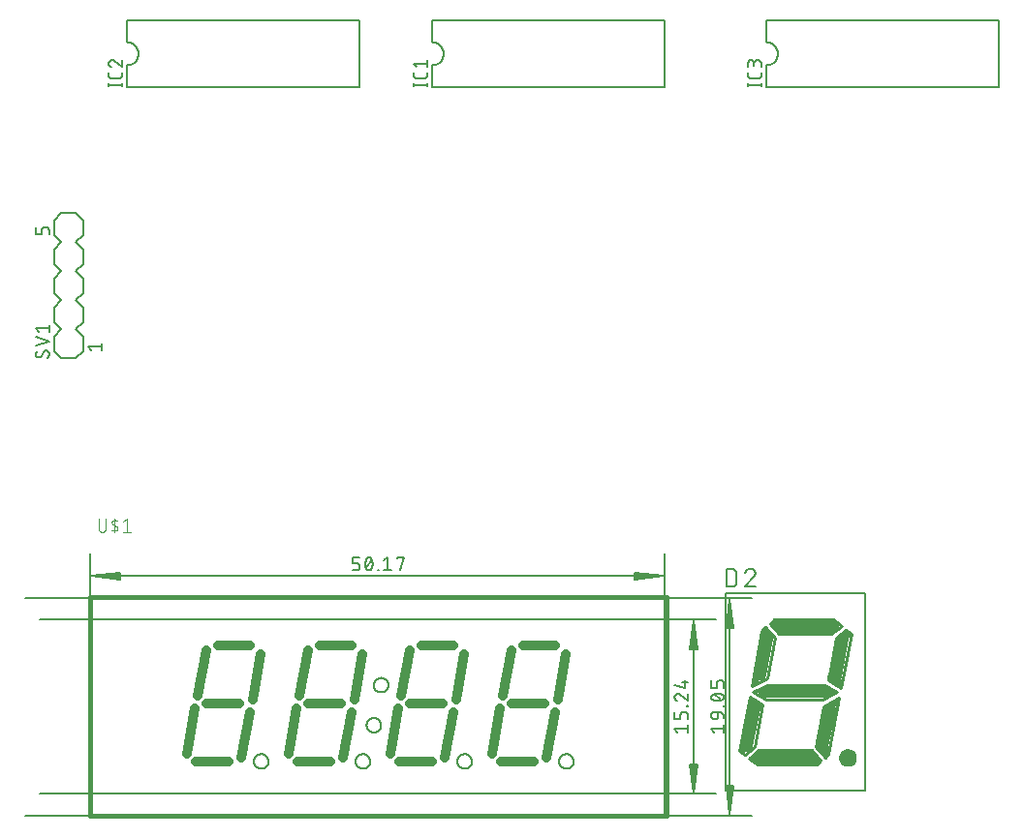
<source format=gbr>
G04 EAGLE Gerber RS-274X export*
G75*
%MOMM*%
%FSLAX34Y34*%
%LPD*%
%INSilkscreen Top*%
%IPPOS*%
%AMOC8*
5,1,8,0,0,1.08239X$1,22.5*%
G01*
%ADD10C,0.152400*%
%ADD11C,0.254000*%
%ADD12C,1.016000*%
%ADD13C,0.762000*%
%ADD14C,0.508000*%
%ADD15C,0.660400*%
%ADD16C,0.406400*%
%ADD17R,0.635000X0.508000*%
%ADD18R,0.508000X0.508000*%
%ADD19R,0.381000X0.508000*%
%ADD20R,0.381000X0.254000*%
%ADD21R,0.508000X0.254000*%
%ADD22C,0.177800*%
%ADD23C,0.127000*%
%ADD24C,0.812800*%
%ADD25C,0.130000*%
%ADD26C,0.101600*%


D10*
X746760Y53340D02*
X746760Y226060D01*
X624840Y226060D01*
X624840Y53340D01*
X746760Y53340D01*
D11*
X721106Y187198D02*
X729996Y194310D01*
X734568Y191008D01*
X714248Y150114D02*
X725678Y143764D01*
X734568Y191008D01*
X721106Y187198D02*
X714248Y150114D01*
X711200Y146050D02*
X722630Y139700D01*
X717550Y190500D02*
X726186Y197358D01*
X718566Y203200D01*
X722630Y139700D02*
X709930Y133350D01*
X710438Y127762D02*
X723900Y134620D01*
X715010Y85598D01*
X703834Y92202D02*
X710438Y127762D01*
X700532Y88900D02*
X708152Y79756D01*
X704088Y76200D01*
X711708Y82804D02*
X703834Y92202D01*
X711708Y82804D02*
X715010Y85598D01*
X660400Y133350D02*
X648970Y139700D01*
X654050Y88900D02*
X645414Y82042D01*
X653034Y76200D01*
X704088Y76200D01*
X700532Y88900D02*
X654050Y88900D01*
X660400Y133350D02*
X709930Y133350D01*
X661670Y146050D02*
X648970Y139700D01*
X661670Y146050D02*
X711200Y146050D01*
X671068Y190500D02*
X663448Y199644D01*
X667512Y203200D01*
X718566Y203200D01*
X717550Y190500D02*
X671068Y190500D01*
D12*
X652780Y82550D02*
X699770Y82550D01*
X709930Y92710D02*
X716280Y124460D01*
X712470Y139700D02*
X659130Y139700D01*
D13*
X711200Y87630D02*
X712470Y88900D01*
D12*
X721360Y153670D02*
X727710Y186690D01*
D14*
X730250Y190500D02*
X731520Y189230D01*
D15*
X717550Y152400D02*
X723900Y148590D01*
D12*
X718820Y196850D02*
X671830Y196850D01*
D16*
X669290Y201930D02*
X665480Y198120D01*
D11*
X650494Y92202D02*
X641604Y85090D01*
X637032Y88392D01*
X657352Y129286D02*
X645922Y135636D01*
X637032Y88392D01*
X650494Y92202D02*
X657352Y129286D01*
X647700Y144780D02*
X661162Y151638D01*
X647700Y144780D02*
X656590Y193802D01*
X667766Y187198D02*
X661162Y151638D01*
X667766Y187198D02*
X659892Y196596D01*
X656590Y193802D01*
D12*
X661670Y186690D02*
X655320Y154940D01*
D13*
X659130Y190500D02*
X660400Y191770D01*
D12*
X650240Y125730D02*
X643890Y92710D01*
D14*
X641350Y88900D02*
X640080Y90170D01*
D15*
X654050Y127000D02*
X647700Y130810D01*
D13*
X727710Y82550D02*
X727712Y82673D01*
X727718Y82797D01*
X727728Y82920D01*
X727742Y83042D01*
X727760Y83164D01*
X727782Y83286D01*
X727807Y83406D01*
X727837Y83526D01*
X727871Y83645D01*
X727908Y83763D01*
X727949Y83879D01*
X727994Y83994D01*
X728043Y84107D01*
X728095Y84219D01*
X728151Y84329D01*
X728210Y84437D01*
X728273Y84543D01*
X728339Y84647D01*
X728409Y84749D01*
X728482Y84849D01*
X728558Y84946D01*
X728637Y85041D01*
X728719Y85133D01*
X728804Y85222D01*
X728892Y85309D01*
X728983Y85392D01*
X729076Y85473D01*
X729172Y85551D01*
X729271Y85625D01*
X729371Y85696D01*
X729474Y85764D01*
X729579Y85829D01*
X729687Y85890D01*
X729796Y85948D01*
X729907Y86002D01*
X730019Y86052D01*
X730134Y86099D01*
X730249Y86142D01*
X730366Y86181D01*
X730484Y86217D01*
X730604Y86248D01*
X730724Y86276D01*
X730845Y86300D01*
X730967Y86320D01*
X731089Y86336D01*
X731212Y86348D01*
X731335Y86356D01*
X731458Y86360D01*
X731582Y86360D01*
X731705Y86356D01*
X731828Y86348D01*
X731951Y86336D01*
X732073Y86320D01*
X732195Y86300D01*
X732316Y86276D01*
X732436Y86248D01*
X732556Y86217D01*
X732674Y86181D01*
X732791Y86142D01*
X732906Y86099D01*
X733021Y86052D01*
X733133Y86002D01*
X733244Y85948D01*
X733353Y85890D01*
X733461Y85829D01*
X733566Y85764D01*
X733669Y85696D01*
X733769Y85625D01*
X733868Y85551D01*
X733964Y85473D01*
X734057Y85392D01*
X734148Y85309D01*
X734236Y85222D01*
X734321Y85133D01*
X734403Y85041D01*
X734482Y84946D01*
X734558Y84849D01*
X734631Y84749D01*
X734701Y84647D01*
X734767Y84543D01*
X734830Y84437D01*
X734889Y84329D01*
X734945Y84219D01*
X734997Y84107D01*
X735046Y83994D01*
X735091Y83879D01*
X735132Y83763D01*
X735169Y83645D01*
X735203Y83526D01*
X735233Y83406D01*
X735258Y83286D01*
X735280Y83164D01*
X735298Y83042D01*
X735312Y82920D01*
X735322Y82797D01*
X735328Y82673D01*
X735330Y82550D01*
X735328Y82427D01*
X735322Y82303D01*
X735312Y82180D01*
X735298Y82058D01*
X735280Y81936D01*
X735258Y81814D01*
X735233Y81694D01*
X735203Y81574D01*
X735169Y81455D01*
X735132Y81337D01*
X735091Y81221D01*
X735046Y81106D01*
X734997Y80993D01*
X734945Y80881D01*
X734889Y80771D01*
X734830Y80663D01*
X734767Y80557D01*
X734701Y80453D01*
X734631Y80351D01*
X734558Y80251D01*
X734482Y80154D01*
X734403Y80059D01*
X734321Y79967D01*
X734236Y79878D01*
X734148Y79791D01*
X734057Y79708D01*
X733964Y79627D01*
X733868Y79549D01*
X733769Y79475D01*
X733669Y79404D01*
X733566Y79336D01*
X733461Y79271D01*
X733353Y79210D01*
X733244Y79152D01*
X733133Y79098D01*
X733021Y79048D01*
X732906Y79001D01*
X732791Y78958D01*
X732674Y78919D01*
X732556Y78883D01*
X732436Y78852D01*
X732316Y78824D01*
X732195Y78800D01*
X732073Y78780D01*
X731951Y78764D01*
X731828Y78752D01*
X731705Y78744D01*
X731582Y78740D01*
X731458Y78740D01*
X731335Y78744D01*
X731212Y78752D01*
X731089Y78764D01*
X730967Y78780D01*
X730845Y78800D01*
X730724Y78824D01*
X730604Y78852D01*
X730484Y78883D01*
X730366Y78919D01*
X730249Y78958D01*
X730134Y79001D01*
X730019Y79048D01*
X729907Y79098D01*
X729796Y79152D01*
X729687Y79210D01*
X729579Y79271D01*
X729474Y79336D01*
X729371Y79404D01*
X729271Y79475D01*
X729172Y79549D01*
X729076Y79627D01*
X728983Y79708D01*
X728892Y79791D01*
X728804Y79878D01*
X728719Y79967D01*
X728637Y80059D01*
X728558Y80154D01*
X728482Y80251D01*
X728409Y80351D01*
X728339Y80453D01*
X728273Y80557D01*
X728210Y80663D01*
X728151Y80771D01*
X728095Y80881D01*
X728043Y80993D01*
X727994Y81106D01*
X727949Y81221D01*
X727908Y81337D01*
X727871Y81455D01*
X727837Y81574D01*
X727807Y81694D01*
X727782Y81814D01*
X727760Y81936D01*
X727742Y82058D01*
X727728Y82180D01*
X727718Y82303D01*
X727712Y82427D01*
X727710Y82550D01*
D17*
X704215Y80010D03*
D18*
X720090Y129540D03*
D19*
X718185Y139700D03*
D20*
X653415Y139700D03*
D18*
X651510Y149860D03*
D21*
X731520Y82550D03*
D22*
X625729Y232029D02*
X625729Y248031D01*
X630174Y248031D01*
X630306Y248029D01*
X630437Y248023D01*
X630569Y248013D01*
X630700Y248000D01*
X630830Y247982D01*
X630960Y247961D01*
X631090Y247936D01*
X631218Y247907D01*
X631346Y247874D01*
X631472Y247837D01*
X631598Y247797D01*
X631722Y247753D01*
X631845Y247705D01*
X631966Y247654D01*
X632086Y247599D01*
X632204Y247541D01*
X632320Y247479D01*
X632434Y247413D01*
X632547Y247345D01*
X632657Y247273D01*
X632765Y247198D01*
X632871Y247119D01*
X632975Y247038D01*
X633076Y246953D01*
X633174Y246866D01*
X633270Y246775D01*
X633363Y246682D01*
X633454Y246586D01*
X633541Y246488D01*
X633626Y246387D01*
X633707Y246283D01*
X633786Y246177D01*
X633861Y246069D01*
X633933Y245959D01*
X634001Y245846D01*
X634067Y245732D01*
X634129Y245616D01*
X634187Y245498D01*
X634242Y245378D01*
X634293Y245257D01*
X634341Y245134D01*
X634385Y245010D01*
X634425Y244884D01*
X634462Y244758D01*
X634495Y244630D01*
X634524Y244502D01*
X634549Y244372D01*
X634570Y244242D01*
X634588Y244112D01*
X634601Y243981D01*
X634611Y243849D01*
X634617Y243718D01*
X634619Y243586D01*
X634619Y236474D01*
X634617Y236342D01*
X634611Y236211D01*
X634601Y236079D01*
X634588Y235948D01*
X634570Y235818D01*
X634549Y235688D01*
X634524Y235558D01*
X634495Y235430D01*
X634462Y235302D01*
X634425Y235176D01*
X634385Y235050D01*
X634341Y234926D01*
X634293Y234803D01*
X634242Y234682D01*
X634187Y234562D01*
X634129Y234444D01*
X634067Y234328D01*
X634001Y234214D01*
X633933Y234101D01*
X633861Y233991D01*
X633786Y233883D01*
X633707Y233777D01*
X633626Y233673D01*
X633541Y233572D01*
X633454Y233474D01*
X633363Y233378D01*
X633270Y233285D01*
X633174Y233194D01*
X633076Y233107D01*
X632975Y233022D01*
X632871Y232941D01*
X632765Y232862D01*
X632657Y232787D01*
X632547Y232715D01*
X632434Y232647D01*
X632320Y232581D01*
X632204Y232519D01*
X632086Y232461D01*
X631966Y232406D01*
X631845Y232355D01*
X631722Y232307D01*
X631598Y232263D01*
X631472Y232223D01*
X631346Y232186D01*
X631218Y232153D01*
X631090Y232124D01*
X630960Y232099D01*
X630830Y232078D01*
X630700Y232060D01*
X630569Y232047D01*
X630437Y232037D01*
X630306Y232031D01*
X630174Y232029D01*
X625729Y232029D01*
X646771Y248032D02*
X646897Y248030D01*
X647022Y248024D01*
X647148Y248014D01*
X647272Y248000D01*
X647397Y247983D01*
X647521Y247961D01*
X647644Y247936D01*
X647766Y247906D01*
X647887Y247873D01*
X648007Y247836D01*
X648126Y247795D01*
X648244Y247751D01*
X648360Y247703D01*
X648475Y247651D01*
X648587Y247596D01*
X648698Y247537D01*
X648808Y247475D01*
X648915Y247409D01*
X649020Y247340D01*
X649123Y247268D01*
X649223Y247192D01*
X649321Y247114D01*
X649417Y247032D01*
X649510Y246948D01*
X649600Y246860D01*
X649688Y246770D01*
X649772Y246677D01*
X649854Y246581D01*
X649932Y246483D01*
X650008Y246383D01*
X650080Y246280D01*
X650149Y246175D01*
X650215Y246068D01*
X650277Y245958D01*
X650336Y245847D01*
X650391Y245735D01*
X650443Y245620D01*
X650491Y245504D01*
X650535Y245386D01*
X650576Y245267D01*
X650613Y245147D01*
X650646Y245026D01*
X650676Y244904D01*
X650701Y244781D01*
X650723Y244657D01*
X650740Y244532D01*
X650754Y244408D01*
X650764Y244282D01*
X650770Y244157D01*
X650772Y244031D01*
X646771Y248031D02*
X646630Y248029D01*
X646490Y248023D01*
X646350Y248014D01*
X646210Y248000D01*
X646071Y247983D01*
X645932Y247962D01*
X645793Y247937D01*
X645656Y247909D01*
X645519Y247876D01*
X645383Y247840D01*
X645248Y247800D01*
X645115Y247757D01*
X644982Y247710D01*
X644851Y247659D01*
X644722Y247605D01*
X644594Y247547D01*
X644467Y247486D01*
X644342Y247421D01*
X644220Y247353D01*
X644099Y247282D01*
X643979Y247207D01*
X643863Y247129D01*
X643748Y247048D01*
X643635Y246964D01*
X643525Y246876D01*
X643417Y246786D01*
X643312Y246693D01*
X643210Y246597D01*
X643110Y246498D01*
X643012Y246397D01*
X642918Y246293D01*
X642826Y246186D01*
X642738Y246077D01*
X642652Y245966D01*
X642570Y245852D01*
X642490Y245736D01*
X642414Y245618D01*
X642341Y245498D01*
X642272Y245376D01*
X642205Y245252D01*
X642142Y245126D01*
X642083Y244999D01*
X642027Y244870D01*
X641975Y244740D01*
X641926Y244608D01*
X641881Y244475D01*
X649437Y240919D02*
X649529Y241010D01*
X649619Y241103D01*
X649705Y241198D01*
X649789Y241296D01*
X649869Y241397D01*
X649947Y241500D01*
X650021Y241605D01*
X650092Y241713D01*
X650160Y241822D01*
X650224Y241934D01*
X650286Y242047D01*
X650343Y242162D01*
X650398Y242279D01*
X650449Y242398D01*
X650496Y242518D01*
X650539Y242639D01*
X650579Y242761D01*
X650615Y242885D01*
X650648Y243010D01*
X650677Y243135D01*
X650702Y243262D01*
X650723Y243389D01*
X650740Y243517D01*
X650754Y243645D01*
X650763Y243773D01*
X650769Y243902D01*
X650771Y244031D01*
X649438Y240919D02*
X641881Y232029D01*
X650771Y232029D01*
D10*
X571500Y727710D02*
X368300Y727710D01*
X368300Y669290D02*
X571500Y669290D01*
X571500Y727710D01*
X368300Y727710D02*
X368300Y708660D01*
X368300Y688340D02*
X368300Y669290D01*
X368300Y688340D02*
X368547Y688343D01*
X368795Y688352D01*
X369042Y688367D01*
X369288Y688388D01*
X369534Y688415D01*
X369779Y688448D01*
X370024Y688487D01*
X370267Y688532D01*
X370509Y688583D01*
X370750Y688640D01*
X370989Y688702D01*
X371227Y688771D01*
X371463Y688845D01*
X371697Y688925D01*
X371929Y689010D01*
X372159Y689102D01*
X372387Y689198D01*
X372612Y689301D01*
X372835Y689408D01*
X373055Y689522D01*
X373272Y689640D01*
X373487Y689764D01*
X373698Y689893D01*
X373906Y690027D01*
X374111Y690166D01*
X374312Y690310D01*
X374510Y690458D01*
X374704Y690612D01*
X374894Y690770D01*
X375080Y690933D01*
X375262Y691100D01*
X375440Y691272D01*
X375614Y691448D01*
X375784Y691628D01*
X375949Y691813D01*
X376109Y692001D01*
X376265Y692193D01*
X376417Y692389D01*
X376563Y692588D01*
X376705Y692791D01*
X376841Y692998D01*
X376973Y693207D01*
X377099Y693420D01*
X377220Y693636D01*
X377336Y693854D01*
X377446Y694076D01*
X377551Y694300D01*
X377651Y694526D01*
X377745Y694755D01*
X377833Y694986D01*
X377916Y695220D01*
X377993Y695455D01*
X378064Y695692D01*
X378130Y695930D01*
X378189Y696170D01*
X378243Y696412D01*
X378291Y696655D01*
X378333Y696898D01*
X378369Y697143D01*
X378399Y697389D01*
X378423Y697635D01*
X378441Y697882D01*
X378453Y698129D01*
X378459Y698376D01*
X378459Y698624D01*
X378453Y698871D01*
X378441Y699118D01*
X378423Y699365D01*
X378399Y699611D01*
X378369Y699857D01*
X378333Y700102D01*
X378291Y700345D01*
X378243Y700588D01*
X378189Y700830D01*
X378130Y701070D01*
X378064Y701308D01*
X377993Y701545D01*
X377916Y701780D01*
X377833Y702014D01*
X377745Y702245D01*
X377651Y702474D01*
X377551Y702700D01*
X377446Y702924D01*
X377336Y703146D01*
X377220Y703364D01*
X377099Y703580D01*
X376973Y703793D01*
X376841Y704002D01*
X376705Y704209D01*
X376563Y704412D01*
X376417Y704611D01*
X376265Y704807D01*
X376109Y704999D01*
X375949Y705187D01*
X375784Y705372D01*
X375614Y705552D01*
X375440Y705728D01*
X375262Y705900D01*
X375080Y706067D01*
X374894Y706230D01*
X374704Y706388D01*
X374510Y706542D01*
X374312Y706690D01*
X374111Y706834D01*
X373906Y706973D01*
X373698Y707107D01*
X373487Y707236D01*
X373272Y707360D01*
X373055Y707478D01*
X372835Y707592D01*
X372612Y707699D01*
X372387Y707802D01*
X372159Y707898D01*
X371929Y707990D01*
X371697Y708075D01*
X371463Y708155D01*
X371227Y708229D01*
X370989Y708298D01*
X370750Y708360D01*
X370509Y708417D01*
X370267Y708468D01*
X370024Y708513D01*
X369779Y708552D01*
X369534Y708585D01*
X369288Y708612D01*
X369042Y708633D01*
X368795Y708648D01*
X368547Y708657D01*
X368300Y708660D01*
D23*
X363855Y671195D02*
X352425Y671195D01*
X363855Y669925D02*
X363855Y672465D01*
X352425Y672465D02*
X352425Y669925D01*
X363855Y679667D02*
X363855Y682207D01*
X363855Y679667D02*
X363853Y679567D01*
X363847Y679468D01*
X363837Y679368D01*
X363824Y679270D01*
X363806Y679171D01*
X363785Y679074D01*
X363760Y678978D01*
X363731Y678882D01*
X363698Y678788D01*
X363662Y678695D01*
X363622Y678604D01*
X363578Y678514D01*
X363531Y678426D01*
X363481Y678340D01*
X363427Y678256D01*
X363370Y678174D01*
X363310Y678095D01*
X363246Y678017D01*
X363180Y677943D01*
X363111Y677871D01*
X363039Y677802D01*
X362965Y677736D01*
X362887Y677672D01*
X362808Y677612D01*
X362726Y677555D01*
X362642Y677501D01*
X362556Y677451D01*
X362468Y677404D01*
X362378Y677360D01*
X362287Y677320D01*
X362194Y677284D01*
X362100Y677251D01*
X362004Y677222D01*
X361908Y677197D01*
X361811Y677176D01*
X361712Y677158D01*
X361614Y677145D01*
X361514Y677135D01*
X361415Y677129D01*
X361315Y677127D01*
X354965Y677127D01*
X354865Y677129D01*
X354766Y677135D01*
X354666Y677145D01*
X354568Y677158D01*
X354469Y677176D01*
X354372Y677197D01*
X354276Y677222D01*
X354180Y677251D01*
X354086Y677284D01*
X353993Y677320D01*
X353902Y677360D01*
X353812Y677404D01*
X353724Y677451D01*
X353638Y677501D01*
X353554Y677555D01*
X353472Y677612D01*
X353393Y677672D01*
X353315Y677736D01*
X353241Y677802D01*
X353169Y677871D01*
X353100Y677943D01*
X353034Y678017D01*
X352970Y678095D01*
X352910Y678174D01*
X352853Y678256D01*
X352799Y678340D01*
X352749Y678426D01*
X352702Y678514D01*
X352658Y678604D01*
X352618Y678695D01*
X352582Y678788D01*
X352549Y678882D01*
X352520Y678978D01*
X352495Y679074D01*
X352474Y679171D01*
X352456Y679270D01*
X352443Y679368D01*
X352433Y679468D01*
X352427Y679567D01*
X352425Y679667D01*
X352425Y682207D01*
X354965Y686689D02*
X352425Y689864D01*
X363855Y689864D01*
X363855Y686689D02*
X363855Y693039D01*
D10*
X304800Y727710D02*
X101600Y727710D01*
X101600Y669290D02*
X304800Y669290D01*
X304800Y727710D01*
X101600Y727710D02*
X101600Y708660D01*
X101600Y688340D02*
X101600Y669290D01*
X101600Y688340D02*
X101847Y688343D01*
X102095Y688352D01*
X102342Y688367D01*
X102588Y688388D01*
X102834Y688415D01*
X103079Y688448D01*
X103324Y688487D01*
X103567Y688532D01*
X103809Y688583D01*
X104050Y688640D01*
X104289Y688702D01*
X104527Y688771D01*
X104763Y688845D01*
X104997Y688925D01*
X105229Y689010D01*
X105459Y689102D01*
X105687Y689198D01*
X105912Y689301D01*
X106135Y689408D01*
X106355Y689522D01*
X106572Y689640D01*
X106787Y689764D01*
X106998Y689893D01*
X107206Y690027D01*
X107411Y690166D01*
X107612Y690310D01*
X107810Y690458D01*
X108004Y690612D01*
X108194Y690770D01*
X108380Y690933D01*
X108562Y691100D01*
X108740Y691272D01*
X108914Y691448D01*
X109084Y691628D01*
X109249Y691813D01*
X109409Y692001D01*
X109565Y692193D01*
X109717Y692389D01*
X109863Y692588D01*
X110005Y692791D01*
X110141Y692998D01*
X110273Y693207D01*
X110399Y693420D01*
X110520Y693636D01*
X110636Y693854D01*
X110746Y694076D01*
X110851Y694300D01*
X110951Y694526D01*
X111045Y694755D01*
X111133Y694986D01*
X111216Y695220D01*
X111293Y695455D01*
X111364Y695692D01*
X111430Y695930D01*
X111489Y696170D01*
X111543Y696412D01*
X111591Y696655D01*
X111633Y696898D01*
X111669Y697143D01*
X111699Y697389D01*
X111723Y697635D01*
X111741Y697882D01*
X111753Y698129D01*
X111759Y698376D01*
X111759Y698624D01*
X111753Y698871D01*
X111741Y699118D01*
X111723Y699365D01*
X111699Y699611D01*
X111669Y699857D01*
X111633Y700102D01*
X111591Y700345D01*
X111543Y700588D01*
X111489Y700830D01*
X111430Y701070D01*
X111364Y701308D01*
X111293Y701545D01*
X111216Y701780D01*
X111133Y702014D01*
X111045Y702245D01*
X110951Y702474D01*
X110851Y702700D01*
X110746Y702924D01*
X110636Y703146D01*
X110520Y703364D01*
X110399Y703580D01*
X110273Y703793D01*
X110141Y704002D01*
X110005Y704209D01*
X109863Y704412D01*
X109717Y704611D01*
X109565Y704807D01*
X109409Y704999D01*
X109249Y705187D01*
X109084Y705372D01*
X108914Y705552D01*
X108740Y705728D01*
X108562Y705900D01*
X108380Y706067D01*
X108194Y706230D01*
X108004Y706388D01*
X107810Y706542D01*
X107612Y706690D01*
X107411Y706834D01*
X107206Y706973D01*
X106998Y707107D01*
X106787Y707236D01*
X106572Y707360D01*
X106355Y707478D01*
X106135Y707592D01*
X105912Y707699D01*
X105687Y707802D01*
X105459Y707898D01*
X105229Y707990D01*
X104997Y708075D01*
X104763Y708155D01*
X104527Y708229D01*
X104289Y708298D01*
X104050Y708360D01*
X103809Y708417D01*
X103567Y708468D01*
X103324Y708513D01*
X103079Y708552D01*
X102834Y708585D01*
X102588Y708612D01*
X102342Y708633D01*
X102095Y708648D01*
X101847Y708657D01*
X101600Y708660D01*
D23*
X97155Y671195D02*
X85725Y671195D01*
X97155Y669925D02*
X97155Y672465D01*
X85725Y672465D02*
X85725Y669925D01*
X97155Y679667D02*
X97155Y682207D01*
X97155Y679667D02*
X97153Y679567D01*
X97147Y679468D01*
X97137Y679368D01*
X97124Y679270D01*
X97106Y679171D01*
X97085Y679074D01*
X97060Y678978D01*
X97031Y678882D01*
X96998Y678788D01*
X96962Y678695D01*
X96922Y678604D01*
X96878Y678514D01*
X96831Y678426D01*
X96781Y678340D01*
X96727Y678256D01*
X96670Y678174D01*
X96610Y678095D01*
X96546Y678017D01*
X96480Y677943D01*
X96411Y677871D01*
X96339Y677802D01*
X96265Y677736D01*
X96187Y677672D01*
X96108Y677612D01*
X96026Y677555D01*
X95942Y677501D01*
X95856Y677451D01*
X95768Y677404D01*
X95678Y677360D01*
X95587Y677320D01*
X95494Y677284D01*
X95400Y677251D01*
X95304Y677222D01*
X95208Y677197D01*
X95111Y677176D01*
X95012Y677158D01*
X94914Y677145D01*
X94814Y677135D01*
X94715Y677129D01*
X94615Y677127D01*
X88265Y677127D01*
X88165Y677129D01*
X88066Y677135D01*
X87966Y677145D01*
X87868Y677158D01*
X87769Y677176D01*
X87672Y677197D01*
X87576Y677222D01*
X87480Y677251D01*
X87386Y677284D01*
X87293Y677320D01*
X87202Y677360D01*
X87112Y677404D01*
X87024Y677451D01*
X86938Y677501D01*
X86854Y677555D01*
X86772Y677612D01*
X86693Y677672D01*
X86615Y677736D01*
X86541Y677802D01*
X86469Y677871D01*
X86400Y677943D01*
X86334Y678017D01*
X86270Y678095D01*
X86210Y678174D01*
X86153Y678256D01*
X86099Y678340D01*
X86049Y678426D01*
X86002Y678514D01*
X85958Y678604D01*
X85918Y678695D01*
X85882Y678788D01*
X85849Y678882D01*
X85820Y678978D01*
X85795Y679074D01*
X85774Y679171D01*
X85756Y679270D01*
X85743Y679368D01*
X85733Y679468D01*
X85727Y679567D01*
X85725Y679667D01*
X85725Y682207D01*
X85725Y690181D02*
X85727Y690285D01*
X85733Y690390D01*
X85742Y690494D01*
X85755Y690597D01*
X85773Y690700D01*
X85793Y690802D01*
X85818Y690904D01*
X85846Y691004D01*
X85878Y691104D01*
X85914Y691202D01*
X85953Y691299D01*
X85995Y691394D01*
X86041Y691488D01*
X86091Y691580D01*
X86143Y691670D01*
X86199Y691758D01*
X86259Y691844D01*
X86321Y691928D01*
X86386Y692009D01*
X86454Y692088D01*
X86526Y692165D01*
X86599Y692238D01*
X86676Y692310D01*
X86755Y692378D01*
X86836Y692443D01*
X86920Y692505D01*
X87006Y692565D01*
X87094Y692621D01*
X87184Y692673D01*
X87276Y692723D01*
X87370Y692769D01*
X87465Y692811D01*
X87562Y692850D01*
X87660Y692886D01*
X87760Y692918D01*
X87860Y692946D01*
X87962Y692971D01*
X88064Y692991D01*
X88167Y693009D01*
X88270Y693022D01*
X88374Y693031D01*
X88479Y693037D01*
X88583Y693039D01*
X85725Y690181D02*
X85727Y690063D01*
X85733Y689944D01*
X85742Y689826D01*
X85755Y689709D01*
X85773Y689592D01*
X85793Y689475D01*
X85818Y689359D01*
X85846Y689244D01*
X85879Y689131D01*
X85914Y689018D01*
X85954Y688906D01*
X85996Y688796D01*
X86043Y688687D01*
X86093Y688579D01*
X86146Y688474D01*
X86203Y688370D01*
X86263Y688268D01*
X86326Y688168D01*
X86393Y688070D01*
X86462Y687974D01*
X86535Y687881D01*
X86611Y687790D01*
X86689Y687701D01*
X86771Y687615D01*
X86855Y687532D01*
X86941Y687451D01*
X87031Y687374D01*
X87122Y687299D01*
X87216Y687227D01*
X87313Y687158D01*
X87411Y687093D01*
X87512Y687030D01*
X87615Y686971D01*
X87719Y686915D01*
X87825Y686863D01*
X87933Y686814D01*
X88042Y686769D01*
X88153Y686727D01*
X88265Y686689D01*
X90805Y692087D02*
X90730Y692163D01*
X90651Y692238D01*
X90570Y692309D01*
X90486Y692378D01*
X90400Y692443D01*
X90312Y692505D01*
X90222Y692565D01*
X90130Y692621D01*
X90035Y692674D01*
X89939Y692723D01*
X89841Y692769D01*
X89742Y692812D01*
X89641Y692851D01*
X89539Y692886D01*
X89436Y692918D01*
X89332Y692946D01*
X89227Y692971D01*
X89120Y692992D01*
X89014Y693009D01*
X88907Y693022D01*
X88799Y693031D01*
X88691Y693037D01*
X88583Y693039D01*
X90805Y692086D02*
X97155Y686689D01*
X97155Y693039D01*
D10*
X660400Y727710D02*
X863600Y727710D01*
X863600Y669290D02*
X660400Y669290D01*
X863600Y669290D02*
X863600Y727710D01*
X660400Y727710D02*
X660400Y708660D01*
X660400Y688340D02*
X660400Y669290D01*
X660400Y688340D02*
X660647Y688343D01*
X660895Y688352D01*
X661142Y688367D01*
X661388Y688388D01*
X661634Y688415D01*
X661879Y688448D01*
X662124Y688487D01*
X662367Y688532D01*
X662609Y688583D01*
X662850Y688640D01*
X663089Y688702D01*
X663327Y688771D01*
X663563Y688845D01*
X663797Y688925D01*
X664029Y689010D01*
X664259Y689102D01*
X664487Y689198D01*
X664712Y689301D01*
X664935Y689408D01*
X665155Y689522D01*
X665372Y689640D01*
X665587Y689764D01*
X665798Y689893D01*
X666006Y690027D01*
X666211Y690166D01*
X666412Y690310D01*
X666610Y690458D01*
X666804Y690612D01*
X666994Y690770D01*
X667180Y690933D01*
X667362Y691100D01*
X667540Y691272D01*
X667714Y691448D01*
X667884Y691628D01*
X668049Y691813D01*
X668209Y692001D01*
X668365Y692193D01*
X668517Y692389D01*
X668663Y692588D01*
X668805Y692791D01*
X668941Y692998D01*
X669073Y693207D01*
X669199Y693420D01*
X669320Y693636D01*
X669436Y693854D01*
X669546Y694076D01*
X669651Y694300D01*
X669751Y694526D01*
X669845Y694755D01*
X669933Y694986D01*
X670016Y695220D01*
X670093Y695455D01*
X670164Y695692D01*
X670230Y695930D01*
X670289Y696170D01*
X670343Y696412D01*
X670391Y696655D01*
X670433Y696898D01*
X670469Y697143D01*
X670499Y697389D01*
X670523Y697635D01*
X670541Y697882D01*
X670553Y698129D01*
X670559Y698376D01*
X670559Y698624D01*
X670553Y698871D01*
X670541Y699118D01*
X670523Y699365D01*
X670499Y699611D01*
X670469Y699857D01*
X670433Y700102D01*
X670391Y700345D01*
X670343Y700588D01*
X670289Y700830D01*
X670230Y701070D01*
X670164Y701308D01*
X670093Y701545D01*
X670016Y701780D01*
X669933Y702014D01*
X669845Y702245D01*
X669751Y702474D01*
X669651Y702700D01*
X669546Y702924D01*
X669436Y703146D01*
X669320Y703364D01*
X669199Y703580D01*
X669073Y703793D01*
X668941Y704002D01*
X668805Y704209D01*
X668663Y704412D01*
X668517Y704611D01*
X668365Y704807D01*
X668209Y704999D01*
X668049Y705187D01*
X667884Y705372D01*
X667714Y705552D01*
X667540Y705728D01*
X667362Y705900D01*
X667180Y706067D01*
X666994Y706230D01*
X666804Y706388D01*
X666610Y706542D01*
X666412Y706690D01*
X666211Y706834D01*
X666006Y706973D01*
X665798Y707107D01*
X665587Y707236D01*
X665372Y707360D01*
X665155Y707478D01*
X664935Y707592D01*
X664712Y707699D01*
X664487Y707802D01*
X664259Y707898D01*
X664029Y707990D01*
X663797Y708075D01*
X663563Y708155D01*
X663327Y708229D01*
X663089Y708298D01*
X662850Y708360D01*
X662609Y708417D01*
X662367Y708468D01*
X662124Y708513D01*
X661879Y708552D01*
X661634Y708585D01*
X661388Y708612D01*
X661142Y708633D01*
X660895Y708648D01*
X660647Y708657D01*
X660400Y708660D01*
D23*
X655955Y671195D02*
X644525Y671195D01*
X655955Y669925D02*
X655955Y672465D01*
X644525Y672465D02*
X644525Y669925D01*
X655955Y679667D02*
X655955Y682207D01*
X655955Y679667D02*
X655953Y679567D01*
X655947Y679468D01*
X655937Y679368D01*
X655924Y679270D01*
X655906Y679171D01*
X655885Y679074D01*
X655860Y678978D01*
X655831Y678882D01*
X655798Y678788D01*
X655762Y678695D01*
X655722Y678604D01*
X655678Y678514D01*
X655631Y678426D01*
X655581Y678340D01*
X655527Y678256D01*
X655470Y678174D01*
X655410Y678095D01*
X655346Y678017D01*
X655280Y677943D01*
X655211Y677871D01*
X655139Y677802D01*
X655065Y677736D01*
X654987Y677672D01*
X654908Y677612D01*
X654826Y677555D01*
X654742Y677501D01*
X654656Y677451D01*
X654568Y677404D01*
X654478Y677360D01*
X654387Y677320D01*
X654294Y677284D01*
X654200Y677251D01*
X654104Y677222D01*
X654008Y677197D01*
X653911Y677176D01*
X653812Y677158D01*
X653714Y677145D01*
X653614Y677135D01*
X653515Y677129D01*
X653415Y677127D01*
X647065Y677127D01*
X646965Y677129D01*
X646866Y677135D01*
X646766Y677145D01*
X646668Y677158D01*
X646569Y677176D01*
X646472Y677197D01*
X646376Y677222D01*
X646280Y677251D01*
X646186Y677284D01*
X646093Y677320D01*
X646002Y677360D01*
X645912Y677404D01*
X645824Y677451D01*
X645738Y677501D01*
X645654Y677555D01*
X645572Y677612D01*
X645493Y677672D01*
X645415Y677736D01*
X645341Y677802D01*
X645269Y677871D01*
X645200Y677943D01*
X645134Y678017D01*
X645070Y678095D01*
X645010Y678174D01*
X644953Y678256D01*
X644899Y678340D01*
X644849Y678426D01*
X644802Y678514D01*
X644758Y678604D01*
X644718Y678695D01*
X644682Y678788D01*
X644649Y678882D01*
X644620Y678978D01*
X644595Y679074D01*
X644574Y679171D01*
X644556Y679270D01*
X644543Y679368D01*
X644533Y679468D01*
X644527Y679567D01*
X644525Y679667D01*
X644525Y682207D01*
X655955Y686689D02*
X655955Y689864D01*
X655953Y689975D01*
X655947Y690085D01*
X655938Y690196D01*
X655924Y690306D01*
X655907Y690415D01*
X655886Y690524D01*
X655861Y690632D01*
X655832Y690739D01*
X655800Y690845D01*
X655764Y690950D01*
X655724Y691053D01*
X655681Y691155D01*
X655634Y691256D01*
X655583Y691355D01*
X655530Y691452D01*
X655473Y691546D01*
X655412Y691639D01*
X655349Y691730D01*
X655282Y691819D01*
X655212Y691905D01*
X655139Y691988D01*
X655064Y692070D01*
X654986Y692148D01*
X654904Y692223D01*
X654821Y692296D01*
X654735Y692366D01*
X654646Y692433D01*
X654555Y692496D01*
X654462Y692557D01*
X654368Y692614D01*
X654271Y692667D01*
X654172Y692718D01*
X654071Y692765D01*
X653969Y692808D01*
X653866Y692848D01*
X653761Y692884D01*
X653655Y692916D01*
X653548Y692945D01*
X653440Y692970D01*
X653331Y692991D01*
X653222Y693008D01*
X653112Y693022D01*
X653001Y693031D01*
X652891Y693037D01*
X652780Y693039D01*
X652669Y693037D01*
X652559Y693031D01*
X652448Y693022D01*
X652338Y693008D01*
X652229Y692991D01*
X652120Y692970D01*
X652012Y692945D01*
X651905Y692916D01*
X651799Y692884D01*
X651694Y692848D01*
X651591Y692808D01*
X651489Y692765D01*
X651388Y692718D01*
X651289Y692667D01*
X651193Y692614D01*
X651098Y692557D01*
X651005Y692496D01*
X650914Y692433D01*
X650825Y692366D01*
X650739Y692296D01*
X650656Y692223D01*
X650574Y692148D01*
X650496Y692070D01*
X650421Y691988D01*
X650348Y691905D01*
X650278Y691819D01*
X650211Y691730D01*
X650148Y691639D01*
X650087Y691546D01*
X650030Y691452D01*
X649977Y691355D01*
X649926Y691256D01*
X649879Y691155D01*
X649836Y691053D01*
X649796Y690950D01*
X649760Y690845D01*
X649728Y690739D01*
X649699Y690632D01*
X649674Y690524D01*
X649653Y690415D01*
X649636Y690306D01*
X649622Y690196D01*
X649613Y690085D01*
X649607Y689975D01*
X649605Y689864D01*
X644525Y690499D02*
X644525Y686689D01*
X644525Y690499D02*
X644527Y690599D01*
X644533Y690698D01*
X644543Y690798D01*
X644556Y690896D01*
X644574Y690995D01*
X644595Y691092D01*
X644620Y691188D01*
X644649Y691284D01*
X644682Y691378D01*
X644718Y691471D01*
X644758Y691562D01*
X644802Y691652D01*
X644849Y691740D01*
X644899Y691826D01*
X644953Y691910D01*
X645010Y691992D01*
X645070Y692071D01*
X645134Y692149D01*
X645200Y692223D01*
X645269Y692295D01*
X645341Y692364D01*
X645415Y692430D01*
X645493Y692494D01*
X645572Y692554D01*
X645654Y692611D01*
X645738Y692665D01*
X645824Y692715D01*
X645912Y692762D01*
X646002Y692806D01*
X646093Y692846D01*
X646186Y692882D01*
X646280Y692915D01*
X646376Y692944D01*
X646472Y692969D01*
X646569Y692990D01*
X646668Y693008D01*
X646766Y693021D01*
X646866Y693031D01*
X646965Y693037D01*
X647065Y693039D01*
X647165Y693037D01*
X647264Y693031D01*
X647364Y693021D01*
X647462Y693008D01*
X647561Y692990D01*
X647658Y692969D01*
X647754Y692944D01*
X647850Y692915D01*
X647944Y692882D01*
X648037Y692846D01*
X648128Y692806D01*
X648218Y692762D01*
X648306Y692715D01*
X648392Y692665D01*
X648476Y692611D01*
X648558Y692554D01*
X648637Y692494D01*
X648715Y692430D01*
X648789Y692364D01*
X648861Y692295D01*
X648930Y692223D01*
X648996Y692149D01*
X649060Y692071D01*
X649120Y691992D01*
X649177Y691910D01*
X649231Y691826D01*
X649281Y691740D01*
X649328Y691652D01*
X649372Y691562D01*
X649412Y691471D01*
X649448Y691378D01*
X649481Y691284D01*
X649510Y691188D01*
X649535Y691092D01*
X649556Y690995D01*
X649574Y690896D01*
X649587Y690798D01*
X649597Y690698D01*
X649603Y690599D01*
X649605Y690499D01*
X649605Y687959D01*
D10*
X38100Y450850D02*
X38100Y438150D01*
X38100Y450850D02*
X44450Y457200D01*
X57150Y457200D02*
X63500Y450850D01*
X44450Y457200D02*
X38100Y463550D01*
X38100Y476250D01*
X44450Y482600D01*
X57150Y482600D02*
X63500Y476250D01*
X63500Y463550D01*
X57150Y457200D01*
X57150Y431800D02*
X44450Y431800D01*
X38100Y438150D01*
X57150Y431800D02*
X63500Y438150D01*
X63500Y450850D01*
X44450Y482600D02*
X38100Y488950D01*
X38100Y501650D01*
X44450Y508000D01*
X57150Y508000D02*
X63500Y501650D01*
X63500Y488950D01*
X57150Y482600D01*
X38100Y514350D02*
X38100Y527050D01*
X44450Y533400D01*
X57150Y533400D02*
X63500Y527050D01*
X44450Y533400D02*
X38100Y539750D01*
X38100Y552450D01*
X44450Y558800D01*
X57150Y558800D01*
X63500Y552450D01*
X63500Y539750D01*
X57150Y533400D01*
X38100Y514350D02*
X44450Y508000D01*
X57150Y508000D02*
X63500Y514350D01*
X63500Y527050D01*
D23*
X67945Y441960D02*
X70485Y438785D01*
X67945Y441960D02*
X79375Y441960D01*
X79375Y438785D02*
X79375Y445135D01*
X33655Y540385D02*
X33655Y544195D01*
X33653Y544295D01*
X33647Y544394D01*
X33637Y544494D01*
X33624Y544592D01*
X33606Y544691D01*
X33585Y544788D01*
X33560Y544884D01*
X33531Y544980D01*
X33498Y545074D01*
X33462Y545167D01*
X33422Y545258D01*
X33378Y545348D01*
X33331Y545436D01*
X33281Y545522D01*
X33227Y545606D01*
X33170Y545688D01*
X33110Y545767D01*
X33046Y545845D01*
X32980Y545919D01*
X32911Y545991D01*
X32839Y546060D01*
X32765Y546126D01*
X32687Y546190D01*
X32608Y546250D01*
X32526Y546307D01*
X32442Y546361D01*
X32356Y546411D01*
X32268Y546458D01*
X32178Y546502D01*
X32087Y546542D01*
X31994Y546578D01*
X31900Y546611D01*
X31804Y546640D01*
X31708Y546665D01*
X31611Y546686D01*
X31512Y546704D01*
X31414Y546717D01*
X31314Y546727D01*
X31215Y546733D01*
X31115Y546735D01*
X29845Y546735D01*
X29745Y546733D01*
X29646Y546727D01*
X29546Y546717D01*
X29448Y546704D01*
X29349Y546686D01*
X29252Y546665D01*
X29156Y546640D01*
X29060Y546611D01*
X28966Y546578D01*
X28873Y546542D01*
X28782Y546502D01*
X28692Y546458D01*
X28604Y546411D01*
X28518Y546361D01*
X28434Y546307D01*
X28352Y546250D01*
X28273Y546190D01*
X28195Y546126D01*
X28121Y546060D01*
X28049Y545991D01*
X27980Y545919D01*
X27914Y545845D01*
X27850Y545767D01*
X27790Y545688D01*
X27733Y545606D01*
X27679Y545522D01*
X27629Y545436D01*
X27582Y545348D01*
X27538Y545258D01*
X27498Y545167D01*
X27462Y545074D01*
X27429Y544980D01*
X27400Y544884D01*
X27375Y544788D01*
X27354Y544691D01*
X27336Y544592D01*
X27323Y544494D01*
X27313Y544394D01*
X27307Y544295D01*
X27305Y544195D01*
X27305Y540385D01*
X22225Y540385D01*
X22225Y546735D01*
X31115Y438785D02*
X31215Y438783D01*
X31314Y438777D01*
X31414Y438767D01*
X31512Y438754D01*
X31611Y438736D01*
X31708Y438715D01*
X31804Y438690D01*
X31900Y438661D01*
X31994Y438628D01*
X32087Y438592D01*
X32178Y438552D01*
X32268Y438508D01*
X32356Y438461D01*
X32442Y438411D01*
X32526Y438357D01*
X32608Y438300D01*
X32687Y438240D01*
X32765Y438176D01*
X32839Y438110D01*
X32911Y438041D01*
X32980Y437969D01*
X33046Y437895D01*
X33110Y437817D01*
X33170Y437738D01*
X33227Y437656D01*
X33281Y437572D01*
X33331Y437486D01*
X33378Y437398D01*
X33422Y437308D01*
X33462Y437217D01*
X33498Y437124D01*
X33531Y437030D01*
X33560Y436934D01*
X33585Y436838D01*
X33606Y436741D01*
X33624Y436642D01*
X33637Y436544D01*
X33647Y436444D01*
X33653Y436345D01*
X33655Y436245D01*
X33653Y436104D01*
X33648Y435963D01*
X33638Y435822D01*
X33625Y435681D01*
X33609Y435541D01*
X33588Y435401D01*
X33564Y435262D01*
X33536Y435123D01*
X33505Y434986D01*
X33470Y434849D01*
X33432Y434713D01*
X33390Y434578D01*
X33344Y434445D01*
X33295Y434312D01*
X33242Y434181D01*
X33186Y434052D01*
X33127Y433923D01*
X33064Y433797D01*
X32998Y433672D01*
X32929Y433549D01*
X32856Y433428D01*
X32780Y433309D01*
X32701Y433191D01*
X32620Y433076D01*
X32535Y432964D01*
X32447Y432853D01*
X32356Y432745D01*
X32263Y432639D01*
X32166Y432536D01*
X32067Y432435D01*
X24765Y432753D02*
X24665Y432755D01*
X24566Y432761D01*
X24466Y432771D01*
X24368Y432784D01*
X24269Y432802D01*
X24172Y432823D01*
X24076Y432848D01*
X23980Y432877D01*
X23886Y432910D01*
X23793Y432946D01*
X23702Y432986D01*
X23612Y433030D01*
X23524Y433077D01*
X23438Y433127D01*
X23354Y433181D01*
X23272Y433238D01*
X23193Y433298D01*
X23115Y433362D01*
X23041Y433428D01*
X22969Y433497D01*
X22900Y433569D01*
X22834Y433643D01*
X22770Y433721D01*
X22710Y433800D01*
X22653Y433882D01*
X22599Y433966D01*
X22549Y434052D01*
X22502Y434140D01*
X22458Y434230D01*
X22418Y434321D01*
X22382Y434414D01*
X22349Y434508D01*
X22320Y434604D01*
X22295Y434700D01*
X22274Y434797D01*
X22256Y434896D01*
X22243Y434994D01*
X22233Y435094D01*
X22227Y435193D01*
X22225Y435293D01*
X22227Y435426D01*
X22232Y435559D01*
X22242Y435692D01*
X22255Y435825D01*
X22272Y435957D01*
X22292Y436089D01*
X22316Y436220D01*
X22344Y436350D01*
X22375Y436480D01*
X22410Y436608D01*
X22449Y436736D01*
X22491Y436862D01*
X22537Y436987D01*
X22586Y437111D01*
X22638Y437234D01*
X22694Y437355D01*
X22754Y437474D01*
X22816Y437592D01*
X22882Y437707D01*
X22951Y437821D01*
X23024Y437933D01*
X23099Y438043D01*
X23178Y438151D01*
X26988Y434022D02*
X26936Y433938D01*
X26881Y433855D01*
X26822Y433775D01*
X26761Y433697D01*
X26697Y433622D01*
X26629Y433549D01*
X26559Y433478D01*
X26487Y433411D01*
X26412Y433346D01*
X26334Y433284D01*
X26254Y433225D01*
X26172Y433169D01*
X26088Y433117D01*
X26002Y433068D01*
X25914Y433022D01*
X25824Y432979D01*
X25733Y432940D01*
X25640Y432905D01*
X25546Y432873D01*
X25451Y432845D01*
X25355Y432820D01*
X25258Y432800D01*
X25160Y432782D01*
X25062Y432769D01*
X24963Y432760D01*
X24864Y432754D01*
X24765Y432752D01*
X28892Y437515D02*
X28944Y437599D01*
X28999Y437682D01*
X29058Y437762D01*
X29119Y437840D01*
X29183Y437915D01*
X29251Y437988D01*
X29321Y438059D01*
X29393Y438126D01*
X29468Y438191D01*
X29546Y438253D01*
X29626Y438312D01*
X29708Y438368D01*
X29792Y438420D01*
X29878Y438469D01*
X29966Y438515D01*
X30056Y438558D01*
X30147Y438597D01*
X30240Y438632D01*
X30334Y438664D01*
X30429Y438692D01*
X30525Y438717D01*
X30622Y438737D01*
X30720Y438755D01*
X30818Y438768D01*
X30917Y438777D01*
X31016Y438783D01*
X31115Y438785D01*
X28893Y437515D02*
X26988Y434023D01*
X22225Y442849D02*
X33655Y446659D01*
X22225Y450469D01*
X24765Y454914D02*
X22225Y458089D01*
X33655Y458089D01*
X33655Y454914D02*
X33655Y461264D01*
D16*
X69850Y31750D02*
X573250Y31750D01*
X573250Y223250D01*
X69850Y223250D01*
X69850Y31750D01*
D23*
X212725Y79375D02*
X212727Y79534D01*
X212733Y79693D01*
X212743Y79851D01*
X212757Y80010D01*
X212775Y80168D01*
X212796Y80325D01*
X212822Y80482D01*
X212852Y80638D01*
X212885Y80794D01*
X212923Y80948D01*
X212964Y81102D01*
X213009Y81254D01*
X213058Y81405D01*
X213111Y81555D01*
X213167Y81704D01*
X213228Y81851D01*
X213291Y81996D01*
X213359Y82140D01*
X213430Y82283D01*
X213504Y82423D01*
X213582Y82561D01*
X213664Y82698D01*
X213749Y82832D01*
X213837Y82965D01*
X213928Y83095D01*
X214023Y83222D01*
X214121Y83347D01*
X214222Y83470D01*
X214326Y83590D01*
X214433Y83708D01*
X214543Y83823D01*
X214656Y83935D01*
X214771Y84044D01*
X214889Y84150D01*
X215010Y84254D01*
X215134Y84354D01*
X215259Y84451D01*
X215388Y84545D01*
X215518Y84635D01*
X215651Y84723D01*
X215786Y84807D01*
X215923Y84887D01*
X216062Y84965D01*
X216203Y85038D01*
X216345Y85108D01*
X216490Y85175D01*
X216636Y85238D01*
X216783Y85297D01*
X216932Y85353D01*
X217083Y85404D01*
X217234Y85452D01*
X217387Y85496D01*
X217541Y85537D01*
X217695Y85573D01*
X217851Y85606D01*
X218007Y85635D01*
X218164Y85659D01*
X218322Y85680D01*
X218480Y85697D01*
X218638Y85710D01*
X218797Y85719D01*
X218956Y85724D01*
X219115Y85725D01*
X219274Y85722D01*
X219432Y85715D01*
X219591Y85704D01*
X219749Y85689D01*
X219907Y85670D01*
X220064Y85647D01*
X220221Y85621D01*
X220377Y85590D01*
X220532Y85556D01*
X220686Y85517D01*
X220840Y85475D01*
X220992Y85429D01*
X221143Y85379D01*
X221292Y85325D01*
X221441Y85268D01*
X221587Y85207D01*
X221733Y85142D01*
X221876Y85074D01*
X222018Y85002D01*
X222158Y84926D01*
X222296Y84848D01*
X222432Y84765D01*
X222566Y84680D01*
X222697Y84591D01*
X222827Y84498D01*
X222954Y84403D01*
X223078Y84304D01*
X223201Y84202D01*
X223320Y84098D01*
X223437Y83990D01*
X223551Y83879D01*
X223662Y83766D01*
X223771Y83650D01*
X223876Y83531D01*
X223979Y83409D01*
X224078Y83285D01*
X224175Y83159D01*
X224268Y83030D01*
X224358Y82899D01*
X224444Y82765D01*
X224527Y82630D01*
X224607Y82492D01*
X224683Y82353D01*
X224756Y82212D01*
X224825Y82069D01*
X224891Y81924D01*
X224953Y81777D01*
X225011Y81630D01*
X225066Y81480D01*
X225117Y81330D01*
X225164Y81178D01*
X225207Y81025D01*
X225246Y80871D01*
X225282Y80716D01*
X225313Y80560D01*
X225341Y80404D01*
X225365Y80247D01*
X225385Y80089D01*
X225401Y79931D01*
X225413Y79772D01*
X225421Y79613D01*
X225425Y79454D01*
X225425Y79296D01*
X225421Y79137D01*
X225413Y78978D01*
X225401Y78819D01*
X225385Y78661D01*
X225365Y78503D01*
X225341Y78346D01*
X225313Y78190D01*
X225282Y78034D01*
X225246Y77879D01*
X225207Y77725D01*
X225164Y77572D01*
X225117Y77420D01*
X225066Y77270D01*
X225011Y77120D01*
X224953Y76973D01*
X224891Y76826D01*
X224825Y76681D01*
X224756Y76538D01*
X224683Y76397D01*
X224607Y76258D01*
X224527Y76120D01*
X224444Y75985D01*
X224358Y75851D01*
X224268Y75720D01*
X224175Y75591D01*
X224078Y75465D01*
X223979Y75341D01*
X223876Y75219D01*
X223771Y75100D01*
X223662Y74984D01*
X223551Y74871D01*
X223437Y74760D01*
X223320Y74652D01*
X223201Y74548D01*
X223078Y74446D01*
X222954Y74347D01*
X222827Y74252D01*
X222697Y74159D01*
X222566Y74070D01*
X222432Y73985D01*
X222296Y73902D01*
X222158Y73824D01*
X222018Y73748D01*
X221876Y73676D01*
X221733Y73608D01*
X221587Y73543D01*
X221441Y73482D01*
X221292Y73425D01*
X221143Y73371D01*
X220992Y73321D01*
X220840Y73275D01*
X220686Y73233D01*
X220532Y73194D01*
X220377Y73160D01*
X220221Y73129D01*
X220064Y73103D01*
X219907Y73080D01*
X219749Y73061D01*
X219591Y73046D01*
X219432Y73035D01*
X219274Y73028D01*
X219115Y73025D01*
X218956Y73026D01*
X218797Y73031D01*
X218638Y73040D01*
X218480Y73053D01*
X218322Y73070D01*
X218164Y73091D01*
X218007Y73115D01*
X217851Y73144D01*
X217695Y73177D01*
X217541Y73213D01*
X217387Y73254D01*
X217234Y73298D01*
X217083Y73346D01*
X216932Y73397D01*
X216783Y73453D01*
X216636Y73512D01*
X216490Y73575D01*
X216345Y73642D01*
X216203Y73712D01*
X216062Y73785D01*
X215923Y73863D01*
X215786Y73943D01*
X215651Y74027D01*
X215518Y74115D01*
X215388Y74205D01*
X215259Y74299D01*
X215134Y74396D01*
X215010Y74496D01*
X214889Y74600D01*
X214771Y74706D01*
X214656Y74815D01*
X214543Y74927D01*
X214433Y75042D01*
X214326Y75160D01*
X214222Y75280D01*
X214121Y75403D01*
X214023Y75528D01*
X213928Y75655D01*
X213837Y75785D01*
X213749Y75918D01*
X213664Y76052D01*
X213582Y76189D01*
X213504Y76327D01*
X213430Y76467D01*
X213359Y76610D01*
X213291Y76754D01*
X213228Y76899D01*
X213167Y77046D01*
X213111Y77195D01*
X213058Y77345D01*
X213009Y77496D01*
X212964Y77648D01*
X212923Y77802D01*
X212885Y77956D01*
X212852Y78112D01*
X212822Y78268D01*
X212796Y78425D01*
X212775Y78582D01*
X212757Y78740D01*
X212743Y78899D01*
X212733Y79057D01*
X212727Y79216D01*
X212725Y79375D01*
D24*
X163864Y136911D02*
X170810Y176303D01*
X161285Y125503D02*
X154339Y86111D01*
X171450Y130175D02*
X200025Y130175D01*
X190500Y79375D02*
X161925Y79375D01*
X211489Y133736D02*
X218435Y173128D01*
X208910Y122328D02*
X201964Y82936D01*
X209550Y180975D02*
X180975Y180975D01*
D23*
X301625Y79375D02*
X301627Y79534D01*
X301633Y79693D01*
X301643Y79851D01*
X301657Y80010D01*
X301675Y80168D01*
X301696Y80325D01*
X301722Y80482D01*
X301752Y80638D01*
X301785Y80794D01*
X301823Y80948D01*
X301864Y81102D01*
X301909Y81254D01*
X301958Y81405D01*
X302011Y81555D01*
X302067Y81704D01*
X302128Y81851D01*
X302191Y81996D01*
X302259Y82140D01*
X302330Y82283D01*
X302404Y82423D01*
X302482Y82561D01*
X302564Y82698D01*
X302649Y82832D01*
X302737Y82965D01*
X302828Y83095D01*
X302923Y83222D01*
X303021Y83347D01*
X303122Y83470D01*
X303226Y83590D01*
X303333Y83708D01*
X303443Y83823D01*
X303556Y83935D01*
X303671Y84044D01*
X303789Y84150D01*
X303910Y84254D01*
X304034Y84354D01*
X304159Y84451D01*
X304288Y84545D01*
X304418Y84635D01*
X304551Y84723D01*
X304686Y84807D01*
X304823Y84887D01*
X304962Y84965D01*
X305103Y85038D01*
X305245Y85108D01*
X305390Y85175D01*
X305536Y85238D01*
X305683Y85297D01*
X305832Y85353D01*
X305983Y85404D01*
X306134Y85452D01*
X306287Y85496D01*
X306441Y85537D01*
X306595Y85573D01*
X306751Y85606D01*
X306907Y85635D01*
X307064Y85659D01*
X307222Y85680D01*
X307380Y85697D01*
X307538Y85710D01*
X307697Y85719D01*
X307856Y85724D01*
X308015Y85725D01*
X308174Y85722D01*
X308332Y85715D01*
X308491Y85704D01*
X308649Y85689D01*
X308807Y85670D01*
X308964Y85647D01*
X309121Y85621D01*
X309277Y85590D01*
X309432Y85556D01*
X309586Y85517D01*
X309740Y85475D01*
X309892Y85429D01*
X310043Y85379D01*
X310192Y85325D01*
X310341Y85268D01*
X310487Y85207D01*
X310633Y85142D01*
X310776Y85074D01*
X310918Y85002D01*
X311058Y84926D01*
X311196Y84848D01*
X311332Y84765D01*
X311466Y84680D01*
X311597Y84591D01*
X311727Y84498D01*
X311854Y84403D01*
X311978Y84304D01*
X312101Y84202D01*
X312220Y84098D01*
X312337Y83990D01*
X312451Y83879D01*
X312562Y83766D01*
X312671Y83650D01*
X312776Y83531D01*
X312879Y83409D01*
X312978Y83285D01*
X313075Y83159D01*
X313168Y83030D01*
X313258Y82899D01*
X313344Y82765D01*
X313427Y82630D01*
X313507Y82492D01*
X313583Y82353D01*
X313656Y82212D01*
X313725Y82069D01*
X313791Y81924D01*
X313853Y81777D01*
X313911Y81630D01*
X313966Y81480D01*
X314017Y81330D01*
X314064Y81178D01*
X314107Y81025D01*
X314146Y80871D01*
X314182Y80716D01*
X314213Y80560D01*
X314241Y80404D01*
X314265Y80247D01*
X314285Y80089D01*
X314301Y79931D01*
X314313Y79772D01*
X314321Y79613D01*
X314325Y79454D01*
X314325Y79296D01*
X314321Y79137D01*
X314313Y78978D01*
X314301Y78819D01*
X314285Y78661D01*
X314265Y78503D01*
X314241Y78346D01*
X314213Y78190D01*
X314182Y78034D01*
X314146Y77879D01*
X314107Y77725D01*
X314064Y77572D01*
X314017Y77420D01*
X313966Y77270D01*
X313911Y77120D01*
X313853Y76973D01*
X313791Y76826D01*
X313725Y76681D01*
X313656Y76538D01*
X313583Y76397D01*
X313507Y76258D01*
X313427Y76120D01*
X313344Y75985D01*
X313258Y75851D01*
X313168Y75720D01*
X313075Y75591D01*
X312978Y75465D01*
X312879Y75341D01*
X312776Y75219D01*
X312671Y75100D01*
X312562Y74984D01*
X312451Y74871D01*
X312337Y74760D01*
X312220Y74652D01*
X312101Y74548D01*
X311978Y74446D01*
X311854Y74347D01*
X311727Y74252D01*
X311597Y74159D01*
X311466Y74070D01*
X311332Y73985D01*
X311196Y73902D01*
X311058Y73824D01*
X310918Y73748D01*
X310776Y73676D01*
X310633Y73608D01*
X310487Y73543D01*
X310341Y73482D01*
X310192Y73425D01*
X310043Y73371D01*
X309892Y73321D01*
X309740Y73275D01*
X309586Y73233D01*
X309432Y73194D01*
X309277Y73160D01*
X309121Y73129D01*
X308964Y73103D01*
X308807Y73080D01*
X308649Y73061D01*
X308491Y73046D01*
X308332Y73035D01*
X308174Y73028D01*
X308015Y73025D01*
X307856Y73026D01*
X307697Y73031D01*
X307538Y73040D01*
X307380Y73053D01*
X307222Y73070D01*
X307064Y73091D01*
X306907Y73115D01*
X306751Y73144D01*
X306595Y73177D01*
X306441Y73213D01*
X306287Y73254D01*
X306134Y73298D01*
X305983Y73346D01*
X305832Y73397D01*
X305683Y73453D01*
X305536Y73512D01*
X305390Y73575D01*
X305245Y73642D01*
X305103Y73712D01*
X304962Y73785D01*
X304823Y73863D01*
X304686Y73943D01*
X304551Y74027D01*
X304418Y74115D01*
X304288Y74205D01*
X304159Y74299D01*
X304034Y74396D01*
X303910Y74496D01*
X303789Y74600D01*
X303671Y74706D01*
X303556Y74815D01*
X303443Y74927D01*
X303333Y75042D01*
X303226Y75160D01*
X303122Y75280D01*
X303021Y75403D01*
X302923Y75528D01*
X302828Y75655D01*
X302737Y75785D01*
X302649Y75918D01*
X302564Y76052D01*
X302482Y76189D01*
X302404Y76327D01*
X302330Y76467D01*
X302259Y76610D01*
X302191Y76754D01*
X302128Y76899D01*
X302067Y77046D01*
X302011Y77195D01*
X301958Y77345D01*
X301909Y77496D01*
X301864Y77648D01*
X301823Y77802D01*
X301785Y77956D01*
X301752Y78112D01*
X301722Y78268D01*
X301696Y78425D01*
X301675Y78582D01*
X301657Y78740D01*
X301643Y78899D01*
X301633Y79057D01*
X301627Y79216D01*
X301625Y79375D01*
D24*
X252764Y136911D02*
X259710Y176303D01*
X250185Y125503D02*
X243239Y86111D01*
X260350Y130175D02*
X288925Y130175D01*
X279400Y79375D02*
X250825Y79375D01*
X300389Y133736D02*
X307335Y173128D01*
X297810Y122328D02*
X290864Y82936D01*
X298450Y180975D02*
X269875Y180975D01*
D23*
X390525Y79375D02*
X390527Y79534D01*
X390533Y79693D01*
X390543Y79851D01*
X390557Y80010D01*
X390575Y80168D01*
X390596Y80325D01*
X390622Y80482D01*
X390652Y80638D01*
X390685Y80794D01*
X390723Y80948D01*
X390764Y81102D01*
X390809Y81254D01*
X390858Y81405D01*
X390911Y81555D01*
X390967Y81704D01*
X391028Y81851D01*
X391091Y81996D01*
X391159Y82140D01*
X391230Y82283D01*
X391304Y82423D01*
X391382Y82561D01*
X391464Y82698D01*
X391549Y82832D01*
X391637Y82965D01*
X391728Y83095D01*
X391823Y83222D01*
X391921Y83347D01*
X392022Y83470D01*
X392126Y83590D01*
X392233Y83708D01*
X392343Y83823D01*
X392456Y83935D01*
X392571Y84044D01*
X392689Y84150D01*
X392810Y84254D01*
X392934Y84354D01*
X393059Y84451D01*
X393188Y84545D01*
X393318Y84635D01*
X393451Y84723D01*
X393586Y84807D01*
X393723Y84887D01*
X393862Y84965D01*
X394003Y85038D01*
X394145Y85108D01*
X394290Y85175D01*
X394436Y85238D01*
X394583Y85297D01*
X394732Y85353D01*
X394883Y85404D01*
X395034Y85452D01*
X395187Y85496D01*
X395341Y85537D01*
X395495Y85573D01*
X395651Y85606D01*
X395807Y85635D01*
X395964Y85659D01*
X396122Y85680D01*
X396280Y85697D01*
X396438Y85710D01*
X396597Y85719D01*
X396756Y85724D01*
X396915Y85725D01*
X397074Y85722D01*
X397232Y85715D01*
X397391Y85704D01*
X397549Y85689D01*
X397707Y85670D01*
X397864Y85647D01*
X398021Y85621D01*
X398177Y85590D01*
X398332Y85556D01*
X398486Y85517D01*
X398640Y85475D01*
X398792Y85429D01*
X398943Y85379D01*
X399092Y85325D01*
X399241Y85268D01*
X399387Y85207D01*
X399533Y85142D01*
X399676Y85074D01*
X399818Y85002D01*
X399958Y84926D01*
X400096Y84848D01*
X400232Y84765D01*
X400366Y84680D01*
X400497Y84591D01*
X400627Y84498D01*
X400754Y84403D01*
X400878Y84304D01*
X401001Y84202D01*
X401120Y84098D01*
X401237Y83990D01*
X401351Y83879D01*
X401462Y83766D01*
X401571Y83650D01*
X401676Y83531D01*
X401779Y83409D01*
X401878Y83285D01*
X401975Y83159D01*
X402068Y83030D01*
X402158Y82899D01*
X402244Y82765D01*
X402327Y82630D01*
X402407Y82492D01*
X402483Y82353D01*
X402556Y82212D01*
X402625Y82069D01*
X402691Y81924D01*
X402753Y81777D01*
X402811Y81630D01*
X402866Y81480D01*
X402917Y81330D01*
X402964Y81178D01*
X403007Y81025D01*
X403046Y80871D01*
X403082Y80716D01*
X403113Y80560D01*
X403141Y80404D01*
X403165Y80247D01*
X403185Y80089D01*
X403201Y79931D01*
X403213Y79772D01*
X403221Y79613D01*
X403225Y79454D01*
X403225Y79296D01*
X403221Y79137D01*
X403213Y78978D01*
X403201Y78819D01*
X403185Y78661D01*
X403165Y78503D01*
X403141Y78346D01*
X403113Y78190D01*
X403082Y78034D01*
X403046Y77879D01*
X403007Y77725D01*
X402964Y77572D01*
X402917Y77420D01*
X402866Y77270D01*
X402811Y77120D01*
X402753Y76973D01*
X402691Y76826D01*
X402625Y76681D01*
X402556Y76538D01*
X402483Y76397D01*
X402407Y76258D01*
X402327Y76120D01*
X402244Y75985D01*
X402158Y75851D01*
X402068Y75720D01*
X401975Y75591D01*
X401878Y75465D01*
X401779Y75341D01*
X401676Y75219D01*
X401571Y75100D01*
X401462Y74984D01*
X401351Y74871D01*
X401237Y74760D01*
X401120Y74652D01*
X401001Y74548D01*
X400878Y74446D01*
X400754Y74347D01*
X400627Y74252D01*
X400497Y74159D01*
X400366Y74070D01*
X400232Y73985D01*
X400096Y73902D01*
X399958Y73824D01*
X399818Y73748D01*
X399676Y73676D01*
X399533Y73608D01*
X399387Y73543D01*
X399241Y73482D01*
X399092Y73425D01*
X398943Y73371D01*
X398792Y73321D01*
X398640Y73275D01*
X398486Y73233D01*
X398332Y73194D01*
X398177Y73160D01*
X398021Y73129D01*
X397864Y73103D01*
X397707Y73080D01*
X397549Y73061D01*
X397391Y73046D01*
X397232Y73035D01*
X397074Y73028D01*
X396915Y73025D01*
X396756Y73026D01*
X396597Y73031D01*
X396438Y73040D01*
X396280Y73053D01*
X396122Y73070D01*
X395964Y73091D01*
X395807Y73115D01*
X395651Y73144D01*
X395495Y73177D01*
X395341Y73213D01*
X395187Y73254D01*
X395034Y73298D01*
X394883Y73346D01*
X394732Y73397D01*
X394583Y73453D01*
X394436Y73512D01*
X394290Y73575D01*
X394145Y73642D01*
X394003Y73712D01*
X393862Y73785D01*
X393723Y73863D01*
X393586Y73943D01*
X393451Y74027D01*
X393318Y74115D01*
X393188Y74205D01*
X393059Y74299D01*
X392934Y74396D01*
X392810Y74496D01*
X392689Y74600D01*
X392571Y74706D01*
X392456Y74815D01*
X392343Y74927D01*
X392233Y75042D01*
X392126Y75160D01*
X392022Y75280D01*
X391921Y75403D01*
X391823Y75528D01*
X391728Y75655D01*
X391637Y75785D01*
X391549Y75918D01*
X391464Y76052D01*
X391382Y76189D01*
X391304Y76327D01*
X391230Y76467D01*
X391159Y76610D01*
X391091Y76754D01*
X391028Y76899D01*
X390967Y77046D01*
X390911Y77195D01*
X390858Y77345D01*
X390809Y77496D01*
X390764Y77648D01*
X390723Y77802D01*
X390685Y77956D01*
X390652Y78112D01*
X390622Y78268D01*
X390596Y78425D01*
X390575Y78582D01*
X390557Y78740D01*
X390543Y78899D01*
X390533Y79057D01*
X390527Y79216D01*
X390525Y79375D01*
D24*
X341664Y136911D02*
X348610Y176303D01*
X339085Y125503D02*
X332139Y86111D01*
X349250Y130175D02*
X377825Y130175D01*
X368300Y79375D02*
X339725Y79375D01*
X389289Y133736D02*
X396235Y173128D01*
X386710Y122328D02*
X379764Y82936D01*
X387350Y180975D02*
X358775Y180975D01*
D23*
X479425Y79375D02*
X479427Y79534D01*
X479433Y79693D01*
X479443Y79851D01*
X479457Y80010D01*
X479475Y80168D01*
X479496Y80325D01*
X479522Y80482D01*
X479552Y80638D01*
X479585Y80794D01*
X479623Y80948D01*
X479664Y81102D01*
X479709Y81254D01*
X479758Y81405D01*
X479811Y81555D01*
X479867Y81704D01*
X479928Y81851D01*
X479991Y81996D01*
X480059Y82140D01*
X480130Y82283D01*
X480204Y82423D01*
X480282Y82561D01*
X480364Y82698D01*
X480449Y82832D01*
X480537Y82965D01*
X480628Y83095D01*
X480723Y83222D01*
X480821Y83347D01*
X480922Y83470D01*
X481026Y83590D01*
X481133Y83708D01*
X481243Y83823D01*
X481356Y83935D01*
X481471Y84044D01*
X481589Y84150D01*
X481710Y84254D01*
X481834Y84354D01*
X481959Y84451D01*
X482088Y84545D01*
X482218Y84635D01*
X482351Y84723D01*
X482486Y84807D01*
X482623Y84887D01*
X482762Y84965D01*
X482903Y85038D01*
X483045Y85108D01*
X483190Y85175D01*
X483336Y85238D01*
X483483Y85297D01*
X483632Y85353D01*
X483783Y85404D01*
X483934Y85452D01*
X484087Y85496D01*
X484241Y85537D01*
X484395Y85573D01*
X484551Y85606D01*
X484707Y85635D01*
X484864Y85659D01*
X485022Y85680D01*
X485180Y85697D01*
X485338Y85710D01*
X485497Y85719D01*
X485656Y85724D01*
X485815Y85725D01*
X485974Y85722D01*
X486132Y85715D01*
X486291Y85704D01*
X486449Y85689D01*
X486607Y85670D01*
X486764Y85647D01*
X486921Y85621D01*
X487077Y85590D01*
X487232Y85556D01*
X487386Y85517D01*
X487540Y85475D01*
X487692Y85429D01*
X487843Y85379D01*
X487992Y85325D01*
X488141Y85268D01*
X488287Y85207D01*
X488433Y85142D01*
X488576Y85074D01*
X488718Y85002D01*
X488858Y84926D01*
X488996Y84848D01*
X489132Y84765D01*
X489266Y84680D01*
X489397Y84591D01*
X489527Y84498D01*
X489654Y84403D01*
X489778Y84304D01*
X489901Y84202D01*
X490020Y84098D01*
X490137Y83990D01*
X490251Y83879D01*
X490362Y83766D01*
X490471Y83650D01*
X490576Y83531D01*
X490679Y83409D01*
X490778Y83285D01*
X490875Y83159D01*
X490968Y83030D01*
X491058Y82899D01*
X491144Y82765D01*
X491227Y82630D01*
X491307Y82492D01*
X491383Y82353D01*
X491456Y82212D01*
X491525Y82069D01*
X491591Y81924D01*
X491653Y81777D01*
X491711Y81630D01*
X491766Y81480D01*
X491817Y81330D01*
X491864Y81178D01*
X491907Y81025D01*
X491946Y80871D01*
X491982Y80716D01*
X492013Y80560D01*
X492041Y80404D01*
X492065Y80247D01*
X492085Y80089D01*
X492101Y79931D01*
X492113Y79772D01*
X492121Y79613D01*
X492125Y79454D01*
X492125Y79296D01*
X492121Y79137D01*
X492113Y78978D01*
X492101Y78819D01*
X492085Y78661D01*
X492065Y78503D01*
X492041Y78346D01*
X492013Y78190D01*
X491982Y78034D01*
X491946Y77879D01*
X491907Y77725D01*
X491864Y77572D01*
X491817Y77420D01*
X491766Y77270D01*
X491711Y77120D01*
X491653Y76973D01*
X491591Y76826D01*
X491525Y76681D01*
X491456Y76538D01*
X491383Y76397D01*
X491307Y76258D01*
X491227Y76120D01*
X491144Y75985D01*
X491058Y75851D01*
X490968Y75720D01*
X490875Y75591D01*
X490778Y75465D01*
X490679Y75341D01*
X490576Y75219D01*
X490471Y75100D01*
X490362Y74984D01*
X490251Y74871D01*
X490137Y74760D01*
X490020Y74652D01*
X489901Y74548D01*
X489778Y74446D01*
X489654Y74347D01*
X489527Y74252D01*
X489397Y74159D01*
X489266Y74070D01*
X489132Y73985D01*
X488996Y73902D01*
X488858Y73824D01*
X488718Y73748D01*
X488576Y73676D01*
X488433Y73608D01*
X488287Y73543D01*
X488141Y73482D01*
X487992Y73425D01*
X487843Y73371D01*
X487692Y73321D01*
X487540Y73275D01*
X487386Y73233D01*
X487232Y73194D01*
X487077Y73160D01*
X486921Y73129D01*
X486764Y73103D01*
X486607Y73080D01*
X486449Y73061D01*
X486291Y73046D01*
X486132Y73035D01*
X485974Y73028D01*
X485815Y73025D01*
X485656Y73026D01*
X485497Y73031D01*
X485338Y73040D01*
X485180Y73053D01*
X485022Y73070D01*
X484864Y73091D01*
X484707Y73115D01*
X484551Y73144D01*
X484395Y73177D01*
X484241Y73213D01*
X484087Y73254D01*
X483934Y73298D01*
X483783Y73346D01*
X483632Y73397D01*
X483483Y73453D01*
X483336Y73512D01*
X483190Y73575D01*
X483045Y73642D01*
X482903Y73712D01*
X482762Y73785D01*
X482623Y73863D01*
X482486Y73943D01*
X482351Y74027D01*
X482218Y74115D01*
X482088Y74205D01*
X481959Y74299D01*
X481834Y74396D01*
X481710Y74496D01*
X481589Y74600D01*
X481471Y74706D01*
X481356Y74815D01*
X481243Y74927D01*
X481133Y75042D01*
X481026Y75160D01*
X480922Y75280D01*
X480821Y75403D01*
X480723Y75528D01*
X480628Y75655D01*
X480537Y75785D01*
X480449Y75918D01*
X480364Y76052D01*
X480282Y76189D01*
X480204Y76327D01*
X480130Y76467D01*
X480059Y76610D01*
X479991Y76754D01*
X479928Y76899D01*
X479867Y77046D01*
X479811Y77195D01*
X479758Y77345D01*
X479709Y77496D01*
X479664Y77648D01*
X479623Y77802D01*
X479585Y77956D01*
X479552Y78112D01*
X479522Y78268D01*
X479496Y78425D01*
X479475Y78582D01*
X479457Y78740D01*
X479443Y78899D01*
X479433Y79057D01*
X479427Y79216D01*
X479425Y79375D01*
D24*
X430564Y136911D02*
X437510Y176303D01*
X427985Y125503D02*
X421039Y86111D01*
X438150Y130175D02*
X466725Y130175D01*
X457200Y79375D02*
X428625Y79375D01*
X478189Y133736D02*
X485135Y173128D01*
X475610Y122328D02*
X468664Y82936D01*
X476250Y180975D02*
X447675Y180975D01*
D23*
X311150Y111125D02*
X311152Y111284D01*
X311158Y111443D01*
X311168Y111601D01*
X311182Y111760D01*
X311200Y111918D01*
X311221Y112075D01*
X311247Y112232D01*
X311277Y112388D01*
X311310Y112544D01*
X311348Y112698D01*
X311389Y112852D01*
X311434Y113004D01*
X311483Y113155D01*
X311536Y113305D01*
X311592Y113454D01*
X311653Y113601D01*
X311716Y113746D01*
X311784Y113890D01*
X311855Y114033D01*
X311929Y114173D01*
X312007Y114311D01*
X312089Y114448D01*
X312174Y114582D01*
X312262Y114715D01*
X312353Y114845D01*
X312448Y114972D01*
X312546Y115097D01*
X312647Y115220D01*
X312751Y115340D01*
X312858Y115458D01*
X312968Y115573D01*
X313081Y115685D01*
X313196Y115794D01*
X313314Y115900D01*
X313435Y116004D01*
X313559Y116104D01*
X313684Y116201D01*
X313813Y116295D01*
X313943Y116385D01*
X314076Y116473D01*
X314211Y116557D01*
X314348Y116637D01*
X314487Y116715D01*
X314628Y116788D01*
X314770Y116858D01*
X314915Y116925D01*
X315061Y116988D01*
X315208Y117047D01*
X315357Y117103D01*
X315508Y117154D01*
X315659Y117202D01*
X315812Y117246D01*
X315966Y117287D01*
X316120Y117323D01*
X316276Y117356D01*
X316432Y117385D01*
X316589Y117409D01*
X316747Y117430D01*
X316905Y117447D01*
X317063Y117460D01*
X317222Y117469D01*
X317381Y117474D01*
X317540Y117475D01*
X317699Y117472D01*
X317857Y117465D01*
X318016Y117454D01*
X318174Y117439D01*
X318332Y117420D01*
X318489Y117397D01*
X318646Y117371D01*
X318802Y117340D01*
X318957Y117306D01*
X319111Y117267D01*
X319265Y117225D01*
X319417Y117179D01*
X319568Y117129D01*
X319717Y117075D01*
X319866Y117018D01*
X320012Y116957D01*
X320158Y116892D01*
X320301Y116824D01*
X320443Y116752D01*
X320583Y116676D01*
X320721Y116598D01*
X320857Y116515D01*
X320991Y116430D01*
X321122Y116341D01*
X321252Y116248D01*
X321379Y116153D01*
X321503Y116054D01*
X321626Y115952D01*
X321745Y115848D01*
X321862Y115740D01*
X321976Y115629D01*
X322087Y115516D01*
X322196Y115400D01*
X322301Y115281D01*
X322404Y115159D01*
X322503Y115035D01*
X322600Y114909D01*
X322693Y114780D01*
X322783Y114649D01*
X322869Y114515D01*
X322952Y114380D01*
X323032Y114242D01*
X323108Y114103D01*
X323181Y113962D01*
X323250Y113819D01*
X323316Y113674D01*
X323378Y113527D01*
X323436Y113380D01*
X323491Y113230D01*
X323542Y113080D01*
X323589Y112928D01*
X323632Y112775D01*
X323671Y112621D01*
X323707Y112466D01*
X323738Y112310D01*
X323766Y112154D01*
X323790Y111997D01*
X323810Y111839D01*
X323826Y111681D01*
X323838Y111522D01*
X323846Y111363D01*
X323850Y111204D01*
X323850Y111046D01*
X323846Y110887D01*
X323838Y110728D01*
X323826Y110569D01*
X323810Y110411D01*
X323790Y110253D01*
X323766Y110096D01*
X323738Y109940D01*
X323707Y109784D01*
X323671Y109629D01*
X323632Y109475D01*
X323589Y109322D01*
X323542Y109170D01*
X323491Y109020D01*
X323436Y108870D01*
X323378Y108723D01*
X323316Y108576D01*
X323250Y108431D01*
X323181Y108288D01*
X323108Y108147D01*
X323032Y108008D01*
X322952Y107870D01*
X322869Y107735D01*
X322783Y107601D01*
X322693Y107470D01*
X322600Y107341D01*
X322503Y107215D01*
X322404Y107091D01*
X322301Y106969D01*
X322196Y106850D01*
X322087Y106734D01*
X321976Y106621D01*
X321862Y106510D01*
X321745Y106402D01*
X321626Y106298D01*
X321503Y106196D01*
X321379Y106097D01*
X321252Y106002D01*
X321122Y105909D01*
X320991Y105820D01*
X320857Y105735D01*
X320721Y105652D01*
X320583Y105574D01*
X320443Y105498D01*
X320301Y105426D01*
X320158Y105358D01*
X320012Y105293D01*
X319866Y105232D01*
X319717Y105175D01*
X319568Y105121D01*
X319417Y105071D01*
X319265Y105025D01*
X319111Y104983D01*
X318957Y104944D01*
X318802Y104910D01*
X318646Y104879D01*
X318489Y104853D01*
X318332Y104830D01*
X318174Y104811D01*
X318016Y104796D01*
X317857Y104785D01*
X317699Y104778D01*
X317540Y104775D01*
X317381Y104776D01*
X317222Y104781D01*
X317063Y104790D01*
X316905Y104803D01*
X316747Y104820D01*
X316589Y104841D01*
X316432Y104865D01*
X316276Y104894D01*
X316120Y104927D01*
X315966Y104963D01*
X315812Y105004D01*
X315659Y105048D01*
X315508Y105096D01*
X315357Y105147D01*
X315208Y105203D01*
X315061Y105262D01*
X314915Y105325D01*
X314770Y105392D01*
X314628Y105462D01*
X314487Y105535D01*
X314348Y105613D01*
X314211Y105693D01*
X314076Y105777D01*
X313943Y105865D01*
X313813Y105955D01*
X313684Y106049D01*
X313559Y106146D01*
X313435Y106246D01*
X313314Y106350D01*
X313196Y106456D01*
X313081Y106565D01*
X312968Y106677D01*
X312858Y106792D01*
X312751Y106910D01*
X312647Y107030D01*
X312546Y107153D01*
X312448Y107278D01*
X312353Y107405D01*
X312262Y107535D01*
X312174Y107668D01*
X312089Y107802D01*
X312007Y107939D01*
X311929Y108077D01*
X311855Y108217D01*
X311784Y108360D01*
X311716Y108504D01*
X311653Y108649D01*
X311592Y108796D01*
X311536Y108945D01*
X311483Y109095D01*
X311434Y109246D01*
X311389Y109398D01*
X311348Y109552D01*
X311310Y109706D01*
X311277Y109862D01*
X311247Y110018D01*
X311221Y110175D01*
X311200Y110332D01*
X311182Y110490D01*
X311168Y110649D01*
X311158Y110807D01*
X311152Y110966D01*
X311150Y111125D01*
X317500Y146050D02*
X317502Y146209D01*
X317508Y146368D01*
X317518Y146526D01*
X317532Y146685D01*
X317550Y146843D01*
X317571Y147000D01*
X317597Y147157D01*
X317627Y147313D01*
X317660Y147469D01*
X317698Y147623D01*
X317739Y147777D01*
X317784Y147929D01*
X317833Y148080D01*
X317886Y148230D01*
X317942Y148379D01*
X318003Y148526D01*
X318066Y148671D01*
X318134Y148815D01*
X318205Y148958D01*
X318279Y149098D01*
X318357Y149236D01*
X318439Y149373D01*
X318524Y149507D01*
X318612Y149640D01*
X318703Y149770D01*
X318798Y149897D01*
X318896Y150022D01*
X318997Y150145D01*
X319101Y150265D01*
X319208Y150383D01*
X319318Y150498D01*
X319431Y150610D01*
X319546Y150719D01*
X319664Y150825D01*
X319785Y150929D01*
X319909Y151029D01*
X320034Y151126D01*
X320163Y151220D01*
X320293Y151310D01*
X320426Y151398D01*
X320561Y151482D01*
X320698Y151562D01*
X320837Y151640D01*
X320978Y151713D01*
X321120Y151783D01*
X321265Y151850D01*
X321411Y151913D01*
X321558Y151972D01*
X321707Y152028D01*
X321858Y152079D01*
X322009Y152127D01*
X322162Y152171D01*
X322316Y152212D01*
X322470Y152248D01*
X322626Y152281D01*
X322782Y152310D01*
X322939Y152334D01*
X323097Y152355D01*
X323255Y152372D01*
X323413Y152385D01*
X323572Y152394D01*
X323731Y152399D01*
X323890Y152400D01*
X324049Y152397D01*
X324207Y152390D01*
X324366Y152379D01*
X324524Y152364D01*
X324682Y152345D01*
X324839Y152322D01*
X324996Y152296D01*
X325152Y152265D01*
X325307Y152231D01*
X325461Y152192D01*
X325615Y152150D01*
X325767Y152104D01*
X325918Y152054D01*
X326067Y152000D01*
X326216Y151943D01*
X326362Y151882D01*
X326508Y151817D01*
X326651Y151749D01*
X326793Y151677D01*
X326933Y151601D01*
X327071Y151523D01*
X327207Y151440D01*
X327341Y151355D01*
X327472Y151266D01*
X327602Y151173D01*
X327729Y151078D01*
X327853Y150979D01*
X327976Y150877D01*
X328095Y150773D01*
X328212Y150665D01*
X328326Y150554D01*
X328437Y150441D01*
X328546Y150325D01*
X328651Y150206D01*
X328754Y150084D01*
X328853Y149960D01*
X328950Y149834D01*
X329043Y149705D01*
X329133Y149574D01*
X329219Y149440D01*
X329302Y149305D01*
X329382Y149167D01*
X329458Y149028D01*
X329531Y148887D01*
X329600Y148744D01*
X329666Y148599D01*
X329728Y148452D01*
X329786Y148305D01*
X329841Y148155D01*
X329892Y148005D01*
X329939Y147853D01*
X329982Y147700D01*
X330021Y147546D01*
X330057Y147391D01*
X330088Y147235D01*
X330116Y147079D01*
X330140Y146922D01*
X330160Y146764D01*
X330176Y146606D01*
X330188Y146447D01*
X330196Y146288D01*
X330200Y146129D01*
X330200Y145971D01*
X330196Y145812D01*
X330188Y145653D01*
X330176Y145494D01*
X330160Y145336D01*
X330140Y145178D01*
X330116Y145021D01*
X330088Y144865D01*
X330057Y144709D01*
X330021Y144554D01*
X329982Y144400D01*
X329939Y144247D01*
X329892Y144095D01*
X329841Y143945D01*
X329786Y143795D01*
X329728Y143648D01*
X329666Y143501D01*
X329600Y143356D01*
X329531Y143213D01*
X329458Y143072D01*
X329382Y142933D01*
X329302Y142795D01*
X329219Y142660D01*
X329133Y142526D01*
X329043Y142395D01*
X328950Y142266D01*
X328853Y142140D01*
X328754Y142016D01*
X328651Y141894D01*
X328546Y141775D01*
X328437Y141659D01*
X328326Y141546D01*
X328212Y141435D01*
X328095Y141327D01*
X327976Y141223D01*
X327853Y141121D01*
X327729Y141022D01*
X327602Y140927D01*
X327472Y140834D01*
X327341Y140745D01*
X327207Y140660D01*
X327071Y140577D01*
X326933Y140499D01*
X326793Y140423D01*
X326651Y140351D01*
X326508Y140283D01*
X326362Y140218D01*
X326216Y140157D01*
X326067Y140100D01*
X325918Y140046D01*
X325767Y139996D01*
X325615Y139950D01*
X325461Y139908D01*
X325307Y139869D01*
X325152Y139835D01*
X324996Y139804D01*
X324839Y139778D01*
X324682Y139755D01*
X324524Y139736D01*
X324366Y139721D01*
X324207Y139710D01*
X324049Y139703D01*
X323890Y139700D01*
X323731Y139701D01*
X323572Y139706D01*
X323413Y139715D01*
X323255Y139728D01*
X323097Y139745D01*
X322939Y139766D01*
X322782Y139790D01*
X322626Y139819D01*
X322470Y139852D01*
X322316Y139888D01*
X322162Y139929D01*
X322009Y139973D01*
X321858Y140021D01*
X321707Y140072D01*
X321558Y140128D01*
X321411Y140187D01*
X321265Y140250D01*
X321120Y140317D01*
X320978Y140387D01*
X320837Y140460D01*
X320698Y140538D01*
X320561Y140618D01*
X320426Y140702D01*
X320293Y140790D01*
X320163Y140880D01*
X320034Y140974D01*
X319909Y141071D01*
X319785Y141171D01*
X319664Y141275D01*
X319546Y141381D01*
X319431Y141490D01*
X319318Y141602D01*
X319208Y141717D01*
X319101Y141835D01*
X318997Y141955D01*
X318896Y142078D01*
X318798Y142203D01*
X318703Y142330D01*
X318612Y142460D01*
X318524Y142593D01*
X318439Y142727D01*
X318357Y142864D01*
X318279Y143002D01*
X318205Y143142D01*
X318134Y143285D01*
X318066Y143429D01*
X318003Y143574D01*
X317942Y143721D01*
X317886Y143870D01*
X317833Y144020D01*
X317784Y144171D01*
X317739Y144323D01*
X317698Y144477D01*
X317660Y144631D01*
X317627Y144787D01*
X317597Y144943D01*
X317571Y145100D01*
X317550Y145257D01*
X317532Y145415D01*
X317518Y145574D01*
X317508Y145732D01*
X317502Y145891D01*
X317500Y146050D01*
D25*
X12700Y222250D02*
X648150Y222250D01*
X648150Y31750D02*
X12700Y31750D01*
X628650Y32400D02*
X628650Y221600D01*
X625458Y196250D01*
X631842Y196250D01*
X628650Y221600D01*
X627350Y196250D01*
X629950Y196250D02*
X628650Y221600D01*
X626050Y196250D01*
X631250Y196250D02*
X628650Y221600D01*
X625458Y57750D02*
X628650Y32400D01*
X625458Y57750D02*
X631842Y57750D01*
X628650Y32400D01*
X627350Y57750D01*
X629950Y57750D02*
X628650Y32400D01*
X626050Y57750D01*
X631250Y57750D02*
X628650Y32400D01*
D23*
X614650Y104919D02*
X612110Y108094D01*
X623540Y108094D01*
X623540Y104919D02*
X623540Y111269D01*
X618460Y118889D02*
X618460Y122699D01*
X618460Y118889D02*
X618458Y118789D01*
X618452Y118690D01*
X618442Y118590D01*
X618429Y118492D01*
X618411Y118393D01*
X618390Y118296D01*
X618365Y118200D01*
X618336Y118104D01*
X618303Y118010D01*
X618267Y117917D01*
X618227Y117826D01*
X618183Y117736D01*
X618136Y117648D01*
X618086Y117562D01*
X618032Y117478D01*
X617975Y117396D01*
X617915Y117317D01*
X617851Y117239D01*
X617785Y117165D01*
X617716Y117093D01*
X617644Y117024D01*
X617570Y116958D01*
X617492Y116894D01*
X617413Y116834D01*
X617331Y116777D01*
X617247Y116723D01*
X617161Y116673D01*
X617073Y116626D01*
X616983Y116582D01*
X616892Y116542D01*
X616799Y116506D01*
X616705Y116473D01*
X616609Y116444D01*
X616513Y116419D01*
X616416Y116398D01*
X616317Y116380D01*
X616219Y116367D01*
X616119Y116357D01*
X616020Y116351D01*
X615920Y116349D01*
X615285Y116349D01*
X615174Y116351D01*
X615064Y116357D01*
X614953Y116366D01*
X614843Y116380D01*
X614734Y116397D01*
X614625Y116418D01*
X614517Y116443D01*
X614410Y116472D01*
X614304Y116504D01*
X614199Y116540D01*
X614096Y116580D01*
X613994Y116623D01*
X613893Y116670D01*
X613794Y116721D01*
X613698Y116774D01*
X613603Y116831D01*
X613510Y116892D01*
X613419Y116955D01*
X613330Y117022D01*
X613244Y117092D01*
X613161Y117165D01*
X613079Y117240D01*
X613001Y117318D01*
X612926Y117400D01*
X612853Y117483D01*
X612783Y117569D01*
X612716Y117658D01*
X612653Y117749D01*
X612592Y117842D01*
X612535Y117936D01*
X612482Y118033D01*
X612431Y118132D01*
X612384Y118233D01*
X612341Y118335D01*
X612301Y118438D01*
X612265Y118543D01*
X612233Y118649D01*
X612204Y118756D01*
X612179Y118864D01*
X612158Y118973D01*
X612141Y119082D01*
X612127Y119192D01*
X612118Y119303D01*
X612112Y119413D01*
X612110Y119524D01*
X612112Y119635D01*
X612118Y119745D01*
X612127Y119856D01*
X612141Y119966D01*
X612158Y120075D01*
X612179Y120184D01*
X612204Y120292D01*
X612233Y120399D01*
X612265Y120505D01*
X612301Y120610D01*
X612341Y120713D01*
X612384Y120815D01*
X612431Y120916D01*
X612482Y121015D01*
X612535Y121112D01*
X612592Y121206D01*
X612653Y121299D01*
X612716Y121390D01*
X612783Y121479D01*
X612853Y121565D01*
X612926Y121648D01*
X613001Y121730D01*
X613079Y121808D01*
X613161Y121883D01*
X613244Y121956D01*
X613330Y122026D01*
X613419Y122093D01*
X613510Y122156D01*
X613603Y122217D01*
X613698Y122274D01*
X613794Y122327D01*
X613893Y122378D01*
X613994Y122425D01*
X614096Y122468D01*
X614199Y122508D01*
X614304Y122544D01*
X614410Y122576D01*
X614517Y122605D01*
X614625Y122630D01*
X614734Y122651D01*
X614843Y122668D01*
X614953Y122682D01*
X615064Y122691D01*
X615174Y122697D01*
X615285Y122699D01*
X618460Y122699D01*
X618600Y122697D01*
X618740Y122691D01*
X618880Y122682D01*
X619019Y122668D01*
X619158Y122651D01*
X619296Y122630D01*
X619434Y122605D01*
X619571Y122576D01*
X619707Y122544D01*
X619842Y122507D01*
X619976Y122467D01*
X620109Y122424D01*
X620241Y122376D01*
X620372Y122326D01*
X620501Y122271D01*
X620628Y122213D01*
X620754Y122152D01*
X620878Y122087D01*
X621000Y122018D01*
X621120Y121947D01*
X621238Y121872D01*
X621355Y121794D01*
X621469Y121712D01*
X621580Y121628D01*
X621689Y121540D01*
X621796Y121450D01*
X621901Y121356D01*
X622002Y121260D01*
X622101Y121161D01*
X622197Y121060D01*
X622291Y120955D01*
X622381Y120848D01*
X622469Y120739D01*
X622553Y120628D01*
X622635Y120514D01*
X622713Y120397D01*
X622788Y120279D01*
X622859Y120159D01*
X622928Y120037D01*
X622993Y119913D01*
X623054Y119787D01*
X623112Y119660D01*
X623167Y119531D01*
X623217Y119400D01*
X623265Y119268D01*
X623308Y119135D01*
X623348Y119001D01*
X623385Y118866D01*
X623417Y118730D01*
X623446Y118593D01*
X623471Y118455D01*
X623492Y118317D01*
X623509Y118178D01*
X623523Y118039D01*
X623532Y117899D01*
X623538Y117759D01*
X623540Y117619D01*
X623540Y127207D02*
X622905Y127207D01*
X622905Y127842D01*
X623540Y127842D01*
X623540Y127207D01*
X617825Y132351D02*
X617600Y132354D01*
X617375Y132362D01*
X617151Y132375D01*
X616927Y132394D01*
X616703Y132418D01*
X616480Y132447D01*
X616258Y132482D01*
X616037Y132522D01*
X615817Y132568D01*
X615598Y132618D01*
X615380Y132674D01*
X615163Y132735D01*
X614948Y132801D01*
X614735Y132872D01*
X614524Y132949D01*
X614314Y133030D01*
X614106Y133116D01*
X613901Y133207D01*
X613698Y133303D01*
X613610Y133335D01*
X613523Y133371D01*
X613437Y133410D01*
X613353Y133453D01*
X613271Y133499D01*
X613191Y133548D01*
X613113Y133600D01*
X613037Y133656D01*
X612963Y133714D01*
X612892Y133776D01*
X612823Y133840D01*
X612757Y133907D01*
X612694Y133976D01*
X612633Y134048D01*
X612575Y134122D01*
X612521Y134199D01*
X612469Y134277D01*
X612421Y134358D01*
X612376Y134440D01*
X612334Y134525D01*
X612296Y134611D01*
X612261Y134698D01*
X612229Y134786D01*
X612202Y134876D01*
X612177Y134967D01*
X612157Y135059D01*
X612140Y135151D01*
X612127Y135245D01*
X612118Y135338D01*
X612112Y135432D01*
X612110Y135526D01*
X612112Y135620D01*
X612118Y135714D01*
X612127Y135807D01*
X612140Y135901D01*
X612157Y135993D01*
X612177Y136085D01*
X612202Y136176D01*
X612229Y136266D01*
X612261Y136354D01*
X612296Y136441D01*
X612334Y136527D01*
X612376Y136612D01*
X612421Y136694D01*
X612469Y136775D01*
X612521Y136853D01*
X612575Y136930D01*
X612633Y137004D01*
X612694Y137076D01*
X612757Y137145D01*
X612823Y137212D01*
X612892Y137276D01*
X612963Y137338D01*
X613037Y137396D01*
X613113Y137452D01*
X613191Y137504D01*
X613271Y137553D01*
X613353Y137599D01*
X613437Y137642D01*
X613523Y137681D01*
X613610Y137717D01*
X613698Y137749D01*
X613901Y137845D01*
X614106Y137936D01*
X614314Y138022D01*
X614524Y138103D01*
X614735Y138180D01*
X614948Y138251D01*
X615163Y138317D01*
X615380Y138378D01*
X615598Y138434D01*
X615817Y138484D01*
X616037Y138530D01*
X616258Y138570D01*
X616480Y138605D01*
X616703Y138634D01*
X616927Y138658D01*
X617151Y138677D01*
X617375Y138690D01*
X617600Y138698D01*
X617825Y138701D01*
X617825Y132351D02*
X618050Y132354D01*
X618275Y132362D01*
X618499Y132375D01*
X618723Y132394D01*
X618947Y132418D01*
X619170Y132447D01*
X619392Y132482D01*
X619613Y132522D01*
X619833Y132568D01*
X620052Y132618D01*
X620270Y132674D01*
X620487Y132735D01*
X620702Y132801D01*
X620915Y132872D01*
X621126Y132949D01*
X621336Y133030D01*
X621544Y133116D01*
X621749Y133207D01*
X621952Y133303D01*
X621953Y133303D02*
X622041Y133335D01*
X622128Y133371D01*
X622214Y133410D01*
X622298Y133453D01*
X622380Y133499D01*
X622460Y133548D01*
X622538Y133600D01*
X622614Y133656D01*
X622688Y133714D01*
X622759Y133776D01*
X622828Y133840D01*
X622894Y133907D01*
X622957Y133976D01*
X623018Y134048D01*
X623076Y134122D01*
X623130Y134199D01*
X623182Y134277D01*
X623230Y134358D01*
X623275Y134440D01*
X623317Y134525D01*
X623355Y134611D01*
X623390Y134698D01*
X623422Y134786D01*
X623449Y134876D01*
X623474Y134967D01*
X623494Y135059D01*
X623511Y135151D01*
X623524Y135245D01*
X623533Y135338D01*
X623539Y135432D01*
X623541Y135526D01*
X621952Y137749D02*
X621749Y137845D01*
X621544Y137936D01*
X621336Y138022D01*
X621126Y138103D01*
X620915Y138180D01*
X620702Y138251D01*
X620487Y138317D01*
X620270Y138378D01*
X620052Y138434D01*
X619833Y138484D01*
X619613Y138530D01*
X619392Y138570D01*
X619170Y138605D01*
X618947Y138634D01*
X618723Y138658D01*
X618499Y138677D01*
X618275Y138690D01*
X618050Y138698D01*
X617825Y138701D01*
X621953Y137749D02*
X622041Y137717D01*
X622128Y137681D01*
X622214Y137642D01*
X622298Y137599D01*
X622380Y137553D01*
X622460Y137504D01*
X622538Y137452D01*
X622614Y137396D01*
X622688Y137338D01*
X622759Y137276D01*
X622828Y137212D01*
X622894Y137145D01*
X622957Y137076D01*
X623018Y137004D01*
X623076Y136930D01*
X623130Y136853D01*
X623182Y136775D01*
X623230Y136694D01*
X623275Y136612D01*
X623317Y136527D01*
X623355Y136441D01*
X623390Y136354D01*
X623422Y136266D01*
X623449Y136176D01*
X623474Y136085D01*
X623494Y135993D01*
X623511Y135901D01*
X623524Y135807D01*
X623533Y135714D01*
X623539Y135620D01*
X623541Y135526D01*
X621000Y132986D02*
X614650Y138066D01*
X623540Y143781D02*
X623540Y147591D01*
X623538Y147691D01*
X623532Y147790D01*
X623522Y147890D01*
X623509Y147988D01*
X623491Y148087D01*
X623470Y148184D01*
X623445Y148280D01*
X623416Y148376D01*
X623383Y148470D01*
X623347Y148563D01*
X623307Y148654D01*
X623263Y148744D01*
X623216Y148832D01*
X623166Y148918D01*
X623112Y149002D01*
X623055Y149084D01*
X622995Y149163D01*
X622931Y149241D01*
X622865Y149315D01*
X622796Y149387D01*
X622724Y149456D01*
X622650Y149522D01*
X622572Y149586D01*
X622493Y149646D01*
X622411Y149703D01*
X622327Y149757D01*
X622241Y149807D01*
X622153Y149854D01*
X622063Y149898D01*
X621972Y149938D01*
X621879Y149974D01*
X621785Y150007D01*
X621689Y150036D01*
X621593Y150061D01*
X621496Y150082D01*
X621397Y150100D01*
X621299Y150113D01*
X621199Y150123D01*
X621100Y150129D01*
X621000Y150131D01*
X619730Y150131D01*
X619630Y150129D01*
X619531Y150123D01*
X619431Y150113D01*
X619333Y150100D01*
X619234Y150082D01*
X619137Y150061D01*
X619041Y150036D01*
X618945Y150007D01*
X618851Y149974D01*
X618758Y149938D01*
X618667Y149898D01*
X618577Y149854D01*
X618489Y149807D01*
X618403Y149757D01*
X618319Y149703D01*
X618237Y149646D01*
X618158Y149586D01*
X618080Y149522D01*
X618006Y149456D01*
X617934Y149387D01*
X617865Y149315D01*
X617799Y149241D01*
X617735Y149163D01*
X617675Y149084D01*
X617618Y149002D01*
X617564Y148918D01*
X617514Y148832D01*
X617467Y148744D01*
X617423Y148654D01*
X617383Y148563D01*
X617347Y148470D01*
X617314Y148376D01*
X617285Y148280D01*
X617260Y148184D01*
X617239Y148087D01*
X617221Y147988D01*
X617208Y147890D01*
X617198Y147790D01*
X617192Y147691D01*
X617190Y147591D01*
X617190Y143781D01*
X612110Y143781D01*
X612110Y150131D01*
D25*
X69850Y260800D02*
X69850Y31750D01*
X571500Y31750D02*
X571500Y260800D01*
X570850Y241300D02*
X70500Y241300D01*
X95850Y244492D01*
X95850Y238108D01*
X70500Y241300D01*
X95850Y242600D01*
X95850Y240000D02*
X70500Y241300D01*
X95850Y243900D01*
X95850Y238700D02*
X70500Y241300D01*
X545500Y244492D02*
X570850Y241300D01*
X545500Y244492D02*
X545500Y238108D01*
X570850Y241300D01*
X545500Y242600D01*
X545500Y240000D02*
X570850Y241300D01*
X545500Y243900D01*
X545500Y238700D02*
X570850Y241300D01*
D23*
X302404Y246410D02*
X298594Y246410D01*
X302404Y246410D02*
X302504Y246412D01*
X302603Y246418D01*
X302703Y246428D01*
X302801Y246441D01*
X302900Y246459D01*
X302997Y246480D01*
X303093Y246505D01*
X303189Y246534D01*
X303283Y246567D01*
X303376Y246603D01*
X303467Y246643D01*
X303557Y246687D01*
X303645Y246734D01*
X303731Y246784D01*
X303815Y246838D01*
X303897Y246895D01*
X303976Y246955D01*
X304054Y247019D01*
X304128Y247085D01*
X304200Y247154D01*
X304269Y247226D01*
X304335Y247300D01*
X304399Y247378D01*
X304459Y247457D01*
X304516Y247539D01*
X304570Y247623D01*
X304620Y247709D01*
X304667Y247797D01*
X304711Y247887D01*
X304751Y247978D01*
X304787Y248071D01*
X304820Y248165D01*
X304849Y248261D01*
X304874Y248357D01*
X304895Y248454D01*
X304913Y248553D01*
X304926Y248651D01*
X304936Y248751D01*
X304942Y248850D01*
X304944Y248950D01*
X304944Y250220D01*
X304942Y250320D01*
X304936Y250419D01*
X304926Y250519D01*
X304913Y250617D01*
X304895Y250716D01*
X304874Y250813D01*
X304849Y250909D01*
X304820Y251005D01*
X304787Y251099D01*
X304751Y251192D01*
X304711Y251283D01*
X304667Y251373D01*
X304620Y251461D01*
X304570Y251547D01*
X304516Y251631D01*
X304459Y251713D01*
X304399Y251792D01*
X304335Y251870D01*
X304269Y251944D01*
X304200Y252016D01*
X304128Y252085D01*
X304054Y252151D01*
X303976Y252215D01*
X303897Y252275D01*
X303815Y252332D01*
X303731Y252386D01*
X303645Y252436D01*
X303557Y252483D01*
X303467Y252527D01*
X303376Y252567D01*
X303283Y252603D01*
X303189Y252636D01*
X303093Y252665D01*
X302997Y252690D01*
X302900Y252711D01*
X302801Y252729D01*
X302703Y252742D01*
X302603Y252752D01*
X302504Y252758D01*
X302404Y252760D01*
X298594Y252760D01*
X298594Y257840D01*
X304944Y257840D01*
X310976Y256252D02*
X310880Y256049D01*
X310789Y255844D01*
X310703Y255636D01*
X310622Y255426D01*
X310545Y255215D01*
X310474Y255002D01*
X310408Y254787D01*
X310347Y254570D01*
X310291Y254352D01*
X310241Y254133D01*
X310195Y253913D01*
X310155Y253692D01*
X310120Y253470D01*
X310091Y253247D01*
X310067Y253023D01*
X310048Y252799D01*
X310035Y252575D01*
X310027Y252350D01*
X310024Y252125D01*
X310976Y256253D02*
X311008Y256341D01*
X311044Y256428D01*
X311083Y256514D01*
X311126Y256598D01*
X311172Y256680D01*
X311221Y256760D01*
X311273Y256838D01*
X311329Y256914D01*
X311387Y256988D01*
X311449Y257059D01*
X311513Y257128D01*
X311580Y257194D01*
X311649Y257257D01*
X311721Y257318D01*
X311795Y257376D01*
X311872Y257430D01*
X311950Y257482D01*
X312031Y257530D01*
X312113Y257575D01*
X312198Y257617D01*
X312284Y257655D01*
X312371Y257690D01*
X312459Y257722D01*
X312549Y257749D01*
X312640Y257774D01*
X312732Y257794D01*
X312824Y257811D01*
X312918Y257824D01*
X313011Y257833D01*
X313105Y257839D01*
X313199Y257841D01*
X313293Y257839D01*
X313387Y257833D01*
X313480Y257824D01*
X313574Y257811D01*
X313666Y257794D01*
X313758Y257774D01*
X313849Y257749D01*
X313939Y257722D01*
X314027Y257690D01*
X314114Y257655D01*
X314200Y257617D01*
X314285Y257575D01*
X314367Y257530D01*
X314448Y257482D01*
X314526Y257430D01*
X314603Y257376D01*
X314677Y257318D01*
X314749Y257257D01*
X314818Y257194D01*
X314885Y257128D01*
X314949Y257059D01*
X315011Y256988D01*
X315069Y256914D01*
X315125Y256838D01*
X315177Y256760D01*
X315226Y256680D01*
X315272Y256598D01*
X315315Y256514D01*
X315354Y256428D01*
X315390Y256341D01*
X315422Y256253D01*
X315422Y256252D02*
X315518Y256049D01*
X315609Y255844D01*
X315695Y255636D01*
X315776Y255426D01*
X315853Y255215D01*
X315924Y255002D01*
X315990Y254787D01*
X316051Y254570D01*
X316107Y254352D01*
X316157Y254133D01*
X316203Y253913D01*
X316243Y253692D01*
X316278Y253470D01*
X316307Y253247D01*
X316331Y253023D01*
X316350Y252799D01*
X316363Y252575D01*
X316371Y252350D01*
X316374Y252125D01*
X310024Y252125D02*
X310027Y251900D01*
X310035Y251675D01*
X310048Y251451D01*
X310067Y251227D01*
X310091Y251003D01*
X310120Y250780D01*
X310155Y250558D01*
X310195Y250337D01*
X310241Y250117D01*
X310291Y249898D01*
X310347Y249680D01*
X310408Y249463D01*
X310474Y249248D01*
X310545Y249035D01*
X310622Y248824D01*
X310703Y248614D01*
X310789Y248406D01*
X310880Y248201D01*
X310976Y247998D01*
X311008Y247910D01*
X311044Y247823D01*
X311083Y247737D01*
X311126Y247653D01*
X311172Y247571D01*
X311221Y247491D01*
X311273Y247413D01*
X311329Y247337D01*
X311387Y247263D01*
X311449Y247192D01*
X311513Y247123D01*
X311580Y247057D01*
X311649Y246994D01*
X311721Y246933D01*
X311795Y246875D01*
X311872Y246821D01*
X311950Y246769D01*
X312031Y246721D01*
X312113Y246676D01*
X312198Y246634D01*
X312284Y246596D01*
X312371Y246561D01*
X312459Y246529D01*
X312549Y246502D01*
X312640Y246477D01*
X312732Y246457D01*
X312824Y246440D01*
X312918Y246427D01*
X313011Y246418D01*
X313105Y246412D01*
X313199Y246410D01*
X315422Y247998D02*
X315518Y248201D01*
X315609Y248406D01*
X315695Y248614D01*
X315776Y248824D01*
X315853Y249035D01*
X315924Y249248D01*
X315990Y249463D01*
X316051Y249680D01*
X316107Y249898D01*
X316157Y250117D01*
X316203Y250337D01*
X316243Y250558D01*
X316278Y250780D01*
X316307Y251003D01*
X316331Y251227D01*
X316350Y251451D01*
X316363Y251675D01*
X316371Y251900D01*
X316374Y252125D01*
X315422Y247998D02*
X315390Y247910D01*
X315354Y247823D01*
X315315Y247737D01*
X315272Y247653D01*
X315226Y247571D01*
X315177Y247491D01*
X315125Y247413D01*
X315069Y247337D01*
X315011Y247263D01*
X314949Y247192D01*
X314885Y247123D01*
X314818Y247057D01*
X314749Y246994D01*
X314677Y246933D01*
X314603Y246875D01*
X314526Y246821D01*
X314448Y246769D01*
X314367Y246721D01*
X314285Y246676D01*
X314200Y246634D01*
X314114Y246596D01*
X314027Y246561D01*
X313939Y246529D01*
X313849Y246502D01*
X313758Y246477D01*
X313666Y246457D01*
X313574Y246440D01*
X313480Y246427D01*
X313387Y246418D01*
X313293Y246412D01*
X313199Y246410D01*
X310659Y248950D02*
X315739Y255300D01*
X320882Y247045D02*
X320882Y246410D01*
X320882Y247045D02*
X321517Y247045D01*
X321517Y246410D01*
X320882Y246410D01*
X326026Y255300D02*
X329201Y257840D01*
X329201Y246410D01*
X326026Y246410D02*
X332376Y246410D01*
X337456Y256570D02*
X337456Y257840D01*
X343806Y257840D01*
X340631Y246410D01*
D25*
X616400Y50800D02*
X25400Y50800D01*
X25400Y203200D02*
X616400Y203200D01*
X596900Y202550D02*
X596900Y51450D01*
X593708Y76800D01*
X600092Y76800D01*
X596900Y51450D01*
X595600Y76800D01*
X598200Y76800D02*
X596900Y51450D01*
X594300Y76800D01*
X599500Y76800D02*
X596900Y51450D01*
X593708Y177200D02*
X596900Y202550D01*
X593708Y177200D02*
X600092Y177200D01*
X596900Y202550D01*
X595600Y177200D01*
X598200Y177200D02*
X596900Y202550D01*
X594300Y177200D01*
X599500Y177200D02*
X596900Y202550D01*
D23*
X580360Y108094D02*
X582900Y104919D01*
X580360Y108094D02*
X591790Y108094D01*
X591790Y104919D02*
X591790Y111269D01*
X591790Y116349D02*
X591790Y120159D01*
X591788Y120259D01*
X591782Y120358D01*
X591772Y120458D01*
X591759Y120556D01*
X591741Y120655D01*
X591720Y120752D01*
X591695Y120848D01*
X591666Y120944D01*
X591633Y121038D01*
X591597Y121131D01*
X591557Y121222D01*
X591513Y121312D01*
X591466Y121400D01*
X591416Y121486D01*
X591362Y121570D01*
X591305Y121652D01*
X591245Y121731D01*
X591181Y121809D01*
X591115Y121883D01*
X591046Y121955D01*
X590974Y122024D01*
X590900Y122090D01*
X590822Y122154D01*
X590743Y122214D01*
X590661Y122271D01*
X590577Y122325D01*
X590491Y122375D01*
X590403Y122422D01*
X590313Y122466D01*
X590222Y122506D01*
X590129Y122542D01*
X590035Y122575D01*
X589939Y122604D01*
X589843Y122629D01*
X589746Y122650D01*
X589647Y122668D01*
X589549Y122681D01*
X589449Y122691D01*
X589350Y122697D01*
X589250Y122699D01*
X587980Y122699D01*
X587880Y122697D01*
X587781Y122691D01*
X587681Y122681D01*
X587583Y122668D01*
X587484Y122650D01*
X587387Y122629D01*
X587291Y122604D01*
X587195Y122575D01*
X587101Y122542D01*
X587008Y122506D01*
X586917Y122466D01*
X586827Y122422D01*
X586739Y122375D01*
X586653Y122325D01*
X586569Y122271D01*
X586487Y122214D01*
X586408Y122154D01*
X586330Y122090D01*
X586256Y122024D01*
X586184Y121955D01*
X586115Y121883D01*
X586049Y121809D01*
X585985Y121731D01*
X585925Y121652D01*
X585868Y121570D01*
X585814Y121486D01*
X585764Y121400D01*
X585717Y121312D01*
X585673Y121222D01*
X585633Y121131D01*
X585597Y121038D01*
X585564Y120944D01*
X585535Y120848D01*
X585510Y120752D01*
X585489Y120655D01*
X585471Y120556D01*
X585458Y120458D01*
X585448Y120358D01*
X585442Y120259D01*
X585440Y120159D01*
X585440Y116349D01*
X580360Y116349D01*
X580360Y122699D01*
X591155Y127207D02*
X591790Y127207D01*
X591155Y127207D02*
X591155Y127842D01*
X591790Y127842D01*
X591790Y127207D01*
X580360Y135843D02*
X580362Y135947D01*
X580368Y136052D01*
X580377Y136156D01*
X580390Y136259D01*
X580408Y136362D01*
X580428Y136464D01*
X580453Y136566D01*
X580481Y136666D01*
X580513Y136766D01*
X580549Y136864D01*
X580588Y136961D01*
X580630Y137056D01*
X580676Y137150D01*
X580726Y137242D01*
X580778Y137332D01*
X580834Y137420D01*
X580894Y137506D01*
X580956Y137590D01*
X581021Y137671D01*
X581089Y137750D01*
X581161Y137827D01*
X581234Y137900D01*
X581311Y137972D01*
X581390Y138040D01*
X581471Y138105D01*
X581555Y138167D01*
X581641Y138227D01*
X581729Y138283D01*
X581819Y138335D01*
X581911Y138385D01*
X582005Y138431D01*
X582100Y138473D01*
X582197Y138512D01*
X582295Y138548D01*
X582395Y138580D01*
X582495Y138608D01*
X582597Y138633D01*
X582699Y138653D01*
X582802Y138671D01*
X582905Y138684D01*
X583009Y138693D01*
X583114Y138699D01*
X583218Y138701D01*
X580360Y135843D02*
X580362Y135725D01*
X580368Y135606D01*
X580377Y135488D01*
X580390Y135371D01*
X580408Y135254D01*
X580428Y135137D01*
X580453Y135021D01*
X580481Y134906D01*
X580514Y134793D01*
X580549Y134680D01*
X580589Y134568D01*
X580631Y134458D01*
X580678Y134349D01*
X580728Y134241D01*
X580781Y134136D01*
X580838Y134032D01*
X580898Y133930D01*
X580961Y133830D01*
X581028Y133732D01*
X581097Y133636D01*
X581170Y133543D01*
X581246Y133452D01*
X581324Y133363D01*
X581406Y133277D01*
X581490Y133194D01*
X581576Y133113D01*
X581666Y133036D01*
X581757Y132961D01*
X581851Y132889D01*
X581948Y132820D01*
X582046Y132755D01*
X582147Y132692D01*
X582250Y132633D01*
X582354Y132577D01*
X582460Y132525D01*
X582568Y132476D01*
X582677Y132431D01*
X582788Y132389D01*
X582900Y132351D01*
X585440Y137749D02*
X585365Y137825D01*
X585286Y137900D01*
X585205Y137971D01*
X585121Y138040D01*
X585035Y138105D01*
X584947Y138167D01*
X584857Y138227D01*
X584765Y138283D01*
X584670Y138336D01*
X584574Y138385D01*
X584476Y138431D01*
X584377Y138474D01*
X584276Y138513D01*
X584174Y138548D01*
X584071Y138580D01*
X583967Y138608D01*
X583862Y138633D01*
X583755Y138654D01*
X583649Y138671D01*
X583542Y138684D01*
X583434Y138693D01*
X583326Y138699D01*
X583218Y138701D01*
X585440Y137748D02*
X591790Y132351D01*
X591790Y138701D01*
X589250Y143781D02*
X580360Y146321D01*
X589250Y143781D02*
X589250Y150131D01*
X586710Y148226D02*
X591790Y148226D01*
D26*
X76708Y283154D02*
X76708Y291592D01*
X76708Y283154D02*
X76710Y283041D01*
X76716Y282928D01*
X76726Y282815D01*
X76740Y282702D01*
X76757Y282590D01*
X76779Y282479D01*
X76804Y282369D01*
X76834Y282259D01*
X76867Y282151D01*
X76904Y282044D01*
X76944Y281938D01*
X76989Y281834D01*
X77037Y281731D01*
X77088Y281630D01*
X77143Y281531D01*
X77201Y281434D01*
X77263Y281339D01*
X77328Y281246D01*
X77396Y281156D01*
X77467Y281068D01*
X77542Y280982D01*
X77619Y280899D01*
X77699Y280819D01*
X77782Y280742D01*
X77868Y280667D01*
X77956Y280596D01*
X78046Y280528D01*
X78139Y280463D01*
X78234Y280401D01*
X78331Y280343D01*
X78430Y280288D01*
X78531Y280237D01*
X78634Y280189D01*
X78738Y280144D01*
X78844Y280104D01*
X78951Y280067D01*
X79059Y280034D01*
X79169Y280004D01*
X79279Y279979D01*
X79390Y279957D01*
X79502Y279940D01*
X79615Y279926D01*
X79728Y279916D01*
X79841Y279910D01*
X79954Y279908D01*
X80067Y279910D01*
X80180Y279916D01*
X80293Y279926D01*
X80406Y279940D01*
X80518Y279957D01*
X80629Y279979D01*
X80739Y280004D01*
X80849Y280034D01*
X80957Y280067D01*
X81064Y280104D01*
X81170Y280144D01*
X81274Y280189D01*
X81377Y280237D01*
X81478Y280288D01*
X81577Y280343D01*
X81674Y280401D01*
X81769Y280463D01*
X81862Y280528D01*
X81952Y280596D01*
X82040Y280667D01*
X82126Y280742D01*
X82209Y280819D01*
X82289Y280899D01*
X82366Y280982D01*
X82441Y281068D01*
X82512Y281156D01*
X82580Y281246D01*
X82645Y281339D01*
X82707Y281434D01*
X82765Y281531D01*
X82820Y281630D01*
X82871Y281731D01*
X82919Y281834D01*
X82964Y281938D01*
X83004Y282044D01*
X83041Y282151D01*
X83074Y282259D01*
X83104Y282369D01*
X83129Y282479D01*
X83151Y282590D01*
X83168Y282702D01*
X83182Y282815D01*
X83192Y282928D01*
X83198Y283041D01*
X83200Y283154D01*
X83199Y283154D02*
X83199Y291592D01*
X91003Y291592D02*
X91003Y279908D01*
X91003Y285750D02*
X89380Y286724D01*
X89379Y286723D02*
X89306Y286770D01*
X89235Y286819D01*
X89165Y286872D01*
X89099Y286928D01*
X89035Y286987D01*
X88973Y287048D01*
X88915Y287112D01*
X88859Y287179D01*
X88807Y287248D01*
X88757Y287320D01*
X88711Y287394D01*
X88668Y287469D01*
X88629Y287547D01*
X88593Y287626D01*
X88561Y287707D01*
X88532Y287789D01*
X88507Y287872D01*
X88486Y287956D01*
X88469Y288041D01*
X88455Y288127D01*
X88446Y288213D01*
X88440Y288300D01*
X88438Y288387D01*
X88440Y288474D01*
X88446Y288561D01*
X88456Y288647D01*
X88469Y288733D01*
X88487Y288818D01*
X88508Y288902D01*
X88533Y288985D01*
X88562Y289068D01*
X88594Y289148D01*
X88630Y289227D01*
X88669Y289305D01*
X88712Y289380D01*
X88759Y289454D01*
X88808Y289525D01*
X88861Y289595D01*
X88916Y289661D01*
X88975Y289725D01*
X89036Y289787D01*
X89101Y289846D01*
X89167Y289901D01*
X89236Y289954D01*
X89308Y290004D01*
X89381Y290050D01*
X89457Y290093D01*
X89534Y290132D01*
X89613Y290168D01*
X89694Y290201D01*
X89776Y290229D01*
X89859Y290255D01*
X89943Y290276D01*
X90029Y290293D01*
X90029Y290294D02*
X90169Y290318D01*
X90311Y290338D01*
X90452Y290354D01*
X90594Y290365D01*
X90737Y290373D01*
X90879Y290377D01*
X91022Y290378D01*
X91165Y290374D01*
X91307Y290366D01*
X91449Y290354D01*
X91591Y290338D01*
X91732Y290319D01*
X91873Y290295D01*
X92013Y290268D01*
X92152Y290236D01*
X92290Y290201D01*
X92428Y290162D01*
X92564Y290119D01*
X92698Y290073D01*
X92832Y290022D01*
X92964Y289969D01*
X93094Y289911D01*
X93223Y289850D01*
X93350Y289785D01*
X93476Y289717D01*
X93599Y289645D01*
X91003Y285750D02*
X92625Y284776D01*
X92626Y284777D02*
X92699Y284730D01*
X92770Y284681D01*
X92840Y284628D01*
X92906Y284572D01*
X92970Y284513D01*
X93032Y284452D01*
X93090Y284388D01*
X93146Y284321D01*
X93198Y284252D01*
X93248Y284180D01*
X93294Y284106D01*
X93337Y284031D01*
X93376Y283953D01*
X93412Y283874D01*
X93444Y283793D01*
X93473Y283711D01*
X93498Y283628D01*
X93519Y283544D01*
X93536Y283459D01*
X93550Y283373D01*
X93559Y283287D01*
X93565Y283200D01*
X93567Y283113D01*
X93565Y283026D01*
X93559Y282939D01*
X93549Y282853D01*
X93536Y282767D01*
X93518Y282682D01*
X93497Y282598D01*
X93472Y282515D01*
X93443Y282432D01*
X93411Y282352D01*
X93375Y282273D01*
X93336Y282195D01*
X93293Y282120D01*
X93246Y282046D01*
X93197Y281975D01*
X93144Y281905D01*
X93089Y281839D01*
X93030Y281775D01*
X92969Y281713D01*
X92904Y281654D01*
X92838Y281599D01*
X92769Y281546D01*
X92697Y281496D01*
X92624Y281450D01*
X92548Y281407D01*
X92471Y281368D01*
X92392Y281332D01*
X92311Y281299D01*
X92229Y281271D01*
X92146Y281245D01*
X92062Y281224D01*
X91977Y281207D01*
X91976Y281206D02*
X91836Y281182D01*
X91694Y281162D01*
X91553Y281146D01*
X91411Y281135D01*
X91268Y281127D01*
X91126Y281123D01*
X90983Y281122D01*
X90840Y281126D01*
X90698Y281134D01*
X90556Y281146D01*
X90414Y281162D01*
X90273Y281181D01*
X90132Y281205D01*
X89992Y281232D01*
X89853Y281264D01*
X89715Y281299D01*
X89577Y281338D01*
X89441Y281381D01*
X89307Y281427D01*
X89173Y281478D01*
X89041Y281531D01*
X88911Y281589D01*
X88782Y281650D01*
X88655Y281715D01*
X88529Y281783D01*
X88406Y281855D01*
X98425Y288996D02*
X101671Y291592D01*
X101671Y279908D01*
X104916Y279908D02*
X98425Y279908D01*
M02*

</source>
